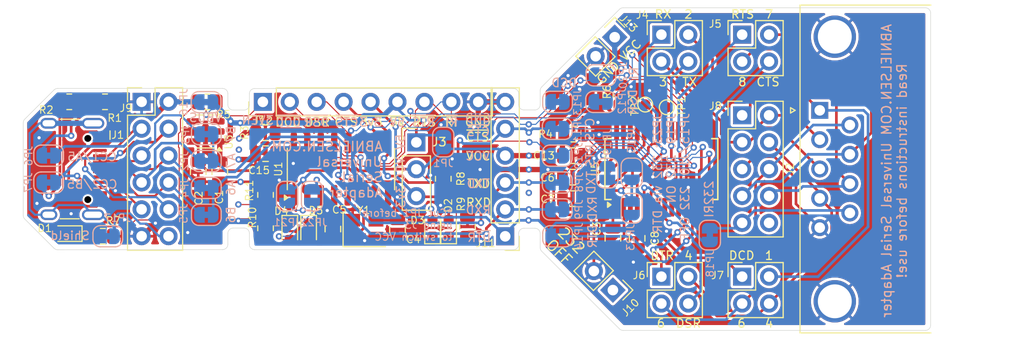
<source format=kicad_pcb>
(kicad_pcb (version 20240108) (generator "pcbnew") (generator_version "8.0")
  (layers (0 "F.Cu" signal) (31 "B.Cu" signal) (34 "B.Paste" user) (35 "F.Paste" user) (36 "B.SilkS" user "B.Silkscreen") (37 "F.SilkS" user "F.Silkscreen") (38 "B.Mask" user) (39 "F.Mask" user) (44 "Edge.Cuts" user))
  (net 0 "")
  (net 1 "GND")
  (net 2 "+5V")
  (net 3 "+3V3")
  (net 4 "Net-(U5-C2-)")
  (net 5 "Net-(U5-C2+)")
  (net 6 "/XO")
  (net 7 "/XI")
  (net 8 "Net-(U5-C1-)")
  (net 9 "Net-(U5-C1+)")
  (net 10 "Net-(U5-V+)")
  (net 11 "VCC")
  (net 12 "Net-(U5-V-)")
  (net 13 "/D-B")
  (net 14 "SHIELD")
  (net 15 "/SBU2")
  (net 16 "/D+A")
  (net 17 "VBUS")
  (net 18 "/SBU1")
  (net 19 "/CC2")
  (net 20 "/D-A")
  (net 21 "/D+B")
  (net 22 "/CC1")
  (net 23 "/DE9_P7")
  (net 24 "/DE9_P5")
  (net 25 "/DE9_P3")
  (net 26 "/232RI")
  (net 27 "/DE9_P8")
  (net 28 "/DE9_P6")
  (net 29 "/DE9_P1")
  (net 30 "/DE9_P4")
  (net 31 "/DE9_P2")
  (net 32 "/232RxD")
  (net 33 "/232TxD")
  (net 34 "/232CTS")
  (net 35 "/232RTS")
  (net 36 "Net-(JP18-A)")
  (net 37 "/232DTR")
  (net 38 "/D-")
  (net 39 "/D+")
  (net 40 "Net-(JP6-B)")
  (net 41 "Net-(JP7-A)")
  (net 42 "/~{DTR}")
  (net 43 "Net-(JP8-B)")
  (net 44 "Net-(JP9-B)")
  (net 45 "Net-(D1-K)")
  (net 46 "Net-(JP10-B)")
  (net 47 "Net-(D2-K)")
  (net 48 "Net-(JP11-B)")
  (net 49 "Net-(JP12-B)")
  (net 50 "/TXD")
  (net 51 "/RXD")
  (net 52 "Net-(JP13-B)")
  (net 53 "Net-(JP14-B)")
  (net 54 "Net-(JP20-B)")
  (net 55 "Net-(U1-R232)")
  (net 56 "/~{CTS}")
  (net 59 "Net-(D3-K)")
  (net 61 "/~{DSR}")
  (net 62 "/~{DCD}")
  (net 63 "/~{RI}")
  (net 64 "Net-(D4-K)")
  (net 65 "Net-(D4-A)")
  (net 66 "Net-(D5-K)")
  (net 67 "Net-(D5-A)")
  (net 68 "/~{232SHD}")
  (net 69 "/~{RTS}")
  (net 70 "/3VEN")
  (net 71 "/~{232ON}")
  (net 72 "/232DSR")
  (net 73 "/232DCD")
  (net 75 "Net-(U3-EN)")
  (net 76 "Net-(U5-~{STATUS})")
  (net 77 "Net-(JP19-A)")
  (footprint "Resistor_SMD:R_0805_2012Metric" (layer "F.Cu") (at 160.528 87.2725 -90)
    (property "Reference" "R8")
    (property "Value" "5k1")
  )
  (footprint "Connector_PinHeader_2.54mm:PinHeader_2x02_P2.54mm_Vertical" (layer "F.Cu") (at 181.102 96.52)
    (property "Reference" "J6")
    (property "Value" "DTRDSR")
  )
  (footprint "TestPoint:TestPoint_Pad_D1.0mm" (layer "F.Cu") (at 179.578 80.264)
    (property "Reference" "TP2")
    (property "Value" "TestPoint")
  )
  (footprint "LED_SMD:LED_0603_1608Metric" (layer "F.Cu") (at 146.05 92.2275 -90)
    (property "Reference" "D4")
    (property "Value" "RXL")
  )
  (footprint "Resistor_SMD:R_0805_2012Metric" (layer "F.Cu") (at 177.292 79.3515 -90)
    (property "Reference" "R6")
    (property "Value" "5k1")
  )
  (footprint "Connector_PinHeader_2.54mm:PinHeader_2x02_P2.54mm_Vertical" (layer "F.Cu") (at 188.722 96.52)
    (property "Reference" "J7")
    (property "Value" "DCD")
  )
  (footprint "Capacitor_SMD:C_0805_2012Metric" (layer "F.Cu") (at 176.53 92.898 -90)
    (property "Reference" "C3")
    (property "Value" "1uF")
  )
  (footprint "Resistor_SMD:R_0805_2012Metric" (layer "F.Cu") (at 162.814 91.7975 -90)
    (property "Reference" "R9")
    (property "Value" "5k1")
  )
  (footprint "Connector_PinHeader_2.54mm:PinHeader_2x02_P2.54mm_Vertical" (layer "F.Cu") (at 188.722 73.66)
    (property "Reference" "J5")
    (property "Value" "RTSCTS")
  )
  (footprint "Capacitor_SMD:C_0805_2012Metric" (layer "F.Cu") (at 172.72 87.122 180)
    (property "Reference" "C6")
    (property "Value" "1uF")
  )
  (footprint "Capacitor_SMD:C_0805_2012Metric" (layer "F.Cu") (at 178.816 92.898 -90)
    (property "Reference" "C8")
    (property "Value" "1uF")
  )
  (footprint "Package_SO:SOIC-16_3.9x9.9mm_P1.27mm" (layer "F.Cu") (at 150.876 86.36 90)
    (property "Reference" "U1")
    (property "Value" "CH340G")
  )
  (footprint "Resistor_SMD:R_0805_2012Metric" (layer "F.Cu") (at 125.2474 80.002)
    (property "Reference" "R2")
    (property "Value" "5k1")
  )
  (footprint "Resistor_SMD:R_0805_2012Metric" (layer "F.Cu") (at 172.8045 83.058)
    (property "Reference" "R4")
    (property "Value" "5k1")
  )
  (footprint "Connector_PinHeader_2.54mm:PinHeader_1x06_P2.54mm_Vertical" (layer "F.Cu") (at 166.37 92.71 180)
    (property "Reference" "J11")
    (property "Value" "FTDI_HEADER")
  )
  (footprint "LED_SMD:LED_0603_1608Metric" (layer "F.Cu") (at 124.968 92.456 180)
    (property "Reference" "D1")
    (property "Value" "VBUS")
  )
  (footprint "Capacitor_SMD:C_0805_2012Metric" (layer "F.Cu") (at 139.446 86.614 -90)
    (property "Reference" "C1")
    (property "Value" "1uF")
  )
  (footprint "Capacitor_SMD:C_0805_2012Metric" (layer "F.Cu") (at 172.72 89.154 180)
    (property "Reference" "C7")
    (property "Value" "1uF")
  )
  (footprint "Connector_PinHeader_2.54mm:PinHeader_2x06_P2.54mm_Vertical" (layer "F.Cu") (at 132.072 80.002)
    (property "Reference" "J9")
    (property "Value" "USB")
  )
  (footprint "LED_SMD:LED_0603_1608Metric" (layer "F.Cu") (at 147.828 92.2275 -90)
    (property "Reference" "D5")
    (property "Value" "TXL")
  )
  (footprint "Resistor_SMD:R_0805_2012Metric" (layer "F.Cu") (at 138.2795 80.01 180)
    (property "Reference" "R5")
    (property "Value" "5k1")
  )
  (footprint "Resistor_SMD:R_0805_2012Metric" (layer "F.Cu") (at 143.75 82.925)
    (property "Reference" "R3")
    (property "Value" "5k1")
  )
  (footprint "Connector_USB:USB_C_Receptacle_HCTL_HC-TYPE-C-16P-01A" (layer "F.Cu") (at 124.392 86.352 -90)
    (property "Reference" "J1")
    (property "Value" "HOST")
  )
  (footprint "Connector_PinHeader_2.54mm:PinHeader_1x03_P2.54mm_Vertical" (layer "F.Cu") (at 157.988 83.835)
    (property "Reference" "J3")
    (property "Value" "PWR_SEL")
  )
  (footprint "Connector_PinHeader_2.54mm:PinHeader_2x02_P2.54mm_Vertical" (layer "F.Cu") (at 181.102 73.66)
    (property "Reference" "J4")
    (property "Value" "RXTX")
  )
  (footprint "Capacitor_SMD:C_0805_2012Metric" (layer "F.Cu") (at 137.414 86.614 -90)
    (property "Reference" "C2")
    (property "Value" "1uF")
  )
  (footprint "Connector_PinHeader_2.54mm:PinHeader_1x02_P2.54mm_Vertical" (layer "F.Cu") (at 176.7 73.9 -45)
    (property "Reference" "J13")
    (property "Value" "EXT_PWR")
  )
  (footprint "Package_SO:SSOP-28_5.3x10.2mm_P0.65mm" (layer "F.Cu") (at 181.102 86.36 90)
    (property "Reference" "U5")
    (property "Value" "SP3243EUCY")
  )
  (footprint "Connector_PinHeader_2.54mm:PinHeader_1x02_P2.54mm_Vertical" (layer "F.Cu") (at 176.53 97.79 -135)
    (property "Reference" "J10")
    (property "Value" "SHUTDOWN")
  )
  (footprint "Resistor_SMD:R_0805_2012Metric" (layer "F.Cu") (at 128.4125 92.702)
    (property "Reference" "R7")
    (property "Value" "5k1")
  )
  (footprint "Resistor_SMD:R_0805_2012Metric" (layer "F.Cu") (at 128.6195 80.002)
    (property "Reference" "R1")
    (property "Value" "5k1")
  )
  (footprint "Package_TO_SOT_SMD:SOT-23-5" (layer "F.Cu") (at 138.0998 82.804 180)
    (property "Reference" "U3")
    (property "Value" "MIC5504-3.3YM5")
  )
  (footprint "Connector_Dsub:DSUB-9_Female_Horizontal_P2.77x2.84mm_EdgePinOffset7.70mm_Housed_MountingHolesOffset9.12mm" (layer "F.Cu") (at 196.042 80.81 90)
    (property "Reference" "J2")
    (property "Value" "DE9_Receptacle")
  )
  (footprint "TestPoint:TestPoint_Pad_D1.0mm" (layer "F.Cu") (at 181.61 80.518)
    (property "Reference" "TP1")
    (property "Value" "TestPoint")
  )
  (footprint "Resistor_SMD:R_0805_2012Metric" (layer "F.Cu") (at 143.764 88.7965 -90)
    (property "Reference" "R11")
    (property "Value" "5k1")
  )
  (footprint "LED_SMD:LED_0603_1608Metric" (layer "F.Cu") (at 159.512 91.9225 90)
    (property "Reference" "D3")
    (property "Value" "VCC")
  )
  (footprint "LED_SMD:LED_0603_1608Metric" (layer "F.Cu") (at 161.036 91.9225 90)
    (property "Reference" "D2")
    (property "Value" "3V3")
  )
  (footprint "Capacitor_SMD:C_0805_2012Metric" (layer "F.Cu") (at 172.72 85.09)
    (property "Reference" "C13")
    (property "Value" "1uF")
  )
  (footprint "Capacitor_SMD:C_0805_2012Metric" (layer "F.Cu") (at 156.21 92.1004 -90)
    (property "Reference" "C4")
    (property "Value" "22p")
  )
  (footprint "Capacitor_SMD:C_0805_2012Metric" (layer "F.Cu") (at 150.114 92.0242 90)
    (property "Reference" "C5")
    (property "Value" "22p")
  )
  (footprint "Crystal:Crystal_SMD_3225-4Pin_3.2x2.5mm" (layer "F.Cu") (at 153.078 92.036)
    (property "Reference" "Y1")
    (property "Value" "12MHz")
  )
  (footprint "Connector_PinHeader_2.54mm:PinHeader_2x05_P2.54mm_Vertical" (layer "F.Cu") (at 188.722 81.28)
    (property "Reference" "J8")
    (property "Value" "RS232")
  )
  (footprint "Capacitor_SMD:C_0805_2012Metric" (layer "F.Cu") (at 143.764 84.9 180)
    (property "Reference" "C15")
    (property "Value" "1uF")
  )
  (footprint "Connector_PinHeader_2.54mm:PinHeader_1x09_P2.54mm_Vertical" (layer "F.Cu") (at 143.51 80.01 90)
    (property "Reference" "J12")
    (property "Value" "UART BUS")
  )
  (footprint "Resistor_SMD:R_0805_2012Metric" (layer "F.Cu") (at 143.764 91.948 90)
    (property "Reference" "R10")
    (property "Value" "5k1")
  )
  (footprint "Jumper:SolderJumper-2_P1.3mm_Bridged_RoundedPad1.0x1.5mm" (layer "B.Cu") (at 123.302 85.09 180)
    (property "Reference" "JP6")
    (property "Value" "CC1/A5")
  )
  (footprint "Jumper:SolderJumper-2_P1.3mm_Bridged_RoundedPad1.0x1.5mm" (layer "B.Cu") (at 171.278 85.09)
    (property "Reference" "JP10")
    (property "Value" "RTS")
  )
  (footprint "Jumper:SolderJumper-2_P1.3mm_Bridged_RoundedPad1.0x1.5mm" (layer "B.Cu") (at 185.674 92.598 90)
    (property "Reference" "JP18")
    (property "Value" "232RI")
  )
  (footprint "Jumper:SolderJumper-2_P1.3mm_Bridged_RoundedPad1.0x1.5mm" (layer "B.Cu") (at 123.302 87.63)
    (property "Reference" "JP7")
    (property "Value" "CC2/B5")
  )
  (footprint "Jumper:SolderJumper-2_P1.3mm_Bridged_RoundedPad1.0x1.5mm" (layer "B.Cu") (at 138.176 85.598)
    (property "Reference" "JP2")
    (property "Value" "A7")
  )
  (footprint "Jumper:SolderJumper-2_P1.3mm_Bridged_RoundedPad1.0x1.5mm" (layer "B.Cu") (at 160.528 83.805 -90)
    (property "Reference" "JP1")
    (property "Value" "VCC_Def")
  )
  (footprint "Jumper:SolderJumper-2_P1.3mm_Bridged_RoundedPad1.0x1.5mm" (layer "B.Cu") (at 171.308 92.71)
    (property "Reference" "JP14")
    (property "Value" "DTR")
  )
  (footprint "Jumper:SolderJumper-2_P1.3mm_Open_RoundedPad1.0x1.5mm" (layer "B.Cu") (at 148.15 88.915 -90)
    (property "Reference" "JP22")
    (property "Value" "RXL")
  )
  (footprint "Jumper:SolderJumper-2_P1.3mm_Bridged_RoundedPad1.0x1.5mm" (layer "B.Cu") (at 128.882 92.702 180)
    (property "Reference" "JP17")
    (property "Value" "Shield")
  )
  (footprint "Jumper:SolderJumper-2_P1.3mm_Bridged_RoundedPad1.0x1.5mm" (layer "B.Cu") (at 175.372 80.01)
    (property "Reference" "JP12")
    (property "Value" "DSR")
  )
  (footprint "Jumper:SolderJumper-2_P1.3mm_Bridged_RoundedPad1.0x1.5mm" (layer "B.Cu") (at 138.176 90.678)
    (property "Reference" "JP5")
    (property "Value" "B6")
  )
  (footprint "Jumper:SolderJumper-2_P1.3mm_Open_RoundedPad1.0x1.5mm" (layer "B.Cu") (at 145.8 88.915 -90)
    (property "Reference" "JP21")
    (property "Value" "TXL")
  )
  (footprint "Jumper:SolderJumper-2_P1.3mm_Bridged_RoundedPad1.0x1.5mm" (layer "B.Cu") (at 138.1506 80.0354)
    (property "Reference" "JP16")
    (property "Value" "VBUS")
  )
  (footprint "Jumper:SolderJumper-2_P1.3mm_Bridged_RoundedPad1.0x1.5mm" (layer "B.Cu") (at 171.278 90.17)
    (property "Reference" "JP9")
    (property "Value" "RXD")
  )
  (footprint "Jumper:SolderJumper-2_P1.3mm_Bridged_RoundedPad1.0x1.5mm" (layer "B.Cu") (at 138.176 83.058)
    (property "Reference" "JP3")
    (property "Value" "B7")
  )
  (footprint "Jumper:SolderJumper-2_P1.3mm_Open_RoundedPad1.0x1.5mm" (layer "B.Cu") (at 178.308 90.058 -90)
    (property "Reference" "JP23")
    (property "Value" "RS232 Shutdown")
  )
  (footprint "Jumper:SolderJumper-2_P1.3mm_Bridged_RoundedPad1.0x1.5mm" (layer "B.Cu") (at 171.278 87.63)
    (property "Reference" "JP8")
    (property "Value" "TXD")
  )
  (footprint "Jumper:SolderJumper-2_P1.3mm_Bridged_RoundedPad1.0x1.5mm" (layer "B.Cu") (at 171.308 80.01)
    (property "Reference" "JP13")
    (property "Value" "DCD")
  )
  (footprint "Jumper:SolderJumper-2_P1.3mm_Bridged_RoundedPad1.0x1.5mm" (layer "B.Cu") (at 171.278 82.55)
    (property "Reference" "JP11")
    (property "Value" "CTS")
  )
  (footprint "Jumper:SolderJumper-2_P1.3mm_Open_RoundedPad1.0x1.5mm" (layer "B.Cu") (at 178.308 86.726 -90)
    (property "Reference" "JP15")
    (property "Value" "RS232 Shutdown")
  )
  (footprint "Jumper:SolderJumper-2_P1.3mm_Bridged_RoundedPad1.0x1.5mm" (layer "B.Cu") (at 175.4 77.5)
    (property "Reference" "JP20")
    (property "Value" "RI")
  )
  (footprint "Jumper:SolderJumper-2_P1.3mm_Bridged_RoundedPad1.0x1.5mm" (layer "B.Cu") (at 176 86.741 -90)
    (property "Reference" "JP19")
    (property "Value" "RS232 EN")
  )
  (footprint "Jumper:SolderJumper-2_P1.3mm_Bridged_RoundedPad1.0x1.5mm" (layer "B.Cu") (at 138.176 88.138)
    (property "Reference" "JP4")
    (property "Value" "A6")
  )
  (gr_line (start 167.140079 78.739921) (end 142.739923 78.748) (stroke (width 0.05)) (layer "Edge.Cuts"))
  (gr_arc (start 169.672 80.272) (mid 169.525553 80.625553) (end 169.172 80.772) (stroke (width 0.05)) (layer "Edge.Cuts"))
  (gr_line (start 120.904 81.995107) (end 120.904 90.724893) (stroke (width 0.05)) (layer "Edge.Cuts"))
  (gr_arc (start 142.74 93.972) (mid 142.386447 93.825553) (end 142.24 93.472) (stroke (width 0.05)) (layer "Edge.Cuts"))
  (gr_arc (start 141.74 91.93185) (mid 142.093553 92.078297) (end 142.24 92.43185) (stroke (width 0.05)) (layer "Edge.Cuts"))
  (gr_line (start 140.708 91.93185) (end 141.74 91.93185) (stroke (width 0.05)) (layer "Edge.Cuts"))
  (gr_arc (start 142.24 79.248) (mid 142.386402 78.894442) (end 142.739923 78.748) (stroke (width 0.05)) (layer "Edge.Cuts"))
  (gr_arc (start 169.818446 94.126446) (mid 169.710062 93.964234) (end 169.672 93.772893) (stroke (width 0.05)) (layer "Edge.Cuts"))
  (gr_line (start 169.672 92.448) (end 169.672 93.772893) (stroke (width 0.05)) (layer "Edge.Cuts"))
  (gr_arc (start 206.002 71.12) (mid 206.355553 71.266447) (end 206.502 71.62) (stroke (width 0.05)) (layer "Edge.Cuts"))
  (gr_arc (start 140.208 92.43185) (mid 140.354447 92.078297) (end 140.708 91.93185) (stroke (width 0.05)) (layer "Edge.Cuts"))
  (gr_arc (start 140.708 80.78015) (mid 140.354447 80.633703) (end 140.208 80.28015) (stroke (width 0.05)) (layer "Edge.Cuts"))
  (gr_line (start 141.74 80.78015) (end 140.708 80.78015) (stroke (width 0.05)) (layer "Edge.Cuts"))
  (gr_line (start 139.708 78.74) (end 124.159107 78.74) (stroke (width 0.05)) (layer "Edge.Cuts"))
  (gr_line (start 167.64 93.48015) (end 167.64 92.448) (stroke (width 0.05)) (layer "Edge.Cuts"))
  (gr_arc (start 177.499107 101.6) (mid 177.307765 101.56194) (end 177.145553 101.453553) (stroke (width 0.05)) (layer "Edge.Cuts"))
  (gr_line (start 124.159404 93.979789) (end 139.708077 93.964) (stroke (width 0.05)) (layer "Edge.Cuts"))
  (gr_line (start 168.14 80.772) (end 169.172 80.772) (stroke (width 0.05)) (layer "Edge.Cuts"))
  (gr_arc (start 168.14 80.772) (mid 167.786447 80.625553) (end 167.64 80.272) (stroke (width 0.05)) (layer "Edge.Cuts"))
  (gr_arc (start 139.708 78.74) (mid 140.061553 78.886447) (end 140.208 79.24) (stroke (width 0.05)) (layer "Edge.Cuts"))
  (gr_line (start 121.050447 81.641553) (end 123.805554 78.886446) (stroke (width 0.05)) (layer "Edge.Cuts"))
  (gr_arc (start 123.805554 78.886446) (mid 123.967766 78.778062) (end 124.159107 78.74) (stroke (width 0.05)) (layer "Edge.Cuts"))
  (gr_line (start 206.002 71.12) (end 177.499107 71.12) (stroke (width 0.05)) (layer "Edge.Cuts"))
  (gr_arc (start 169.672 78.947107) (mid 169.710058 78.755764) (end 169.818446 78.593554) (stroke (width 0.05)) (layer "Edge.Cuts"))
  (gr_line (start 177.145553 71.266447) (end 169.818446 78.593554) (stroke (width 0.05)) (layer "Edge.Cuts"))
  (gr_line (start 142.24 79.248) (end 142.24 80.28015) (stroke (width 0.05)) (layer "Edge.Cuts"))
  (gr_line (start 167.140077 93.98015) (end 142.74 93.972) (stroke (width 0.05)) (layer "Edge.Cuts"))
  (gr_arc (start 169.172 91.948) (mid 169.525553 92.094447) (end 169.672 92.448) (stroke (width 0.05)) (layer "Edge.Cuts"))
  (gr_arc (start 121.050447 91.078447) (mid 120.942063 90.916235) (end 120.904 90.724893) (stroke (width 0.05)) (layer "Edge.Cuts"))
  (gr_line (start 167.64 79.239921) (end 167.64 80.272) (stroke (width 0.05)) (layer "Edge.Cuts"))
  (gr_line (start 142.24 92.43185) (end 142.24 93.472) (stroke (width 0.05)) (layer "Edge.Cuts"))
  (gr_line (start 169.672 80.272) (end 169.672 78.947107) (stroke (width 0.05)) (layer "Edge.Cuts"))
  (gr_line (start 177.145553 101.453553) (end 169.818446 94.126446) (stroke (width 0.05)) (layer "Edge.Cuts"))
  (gr_arc (start 120.904 81.995107) (mid 120.94206 81.803765) (end 121.050447 81.641553) (stroke (width 0.05)) (layer "Edge.Cuts"))
  (gr_arc (start 167.64 93.48015) (mid 167.493598 93.833708) (end 167.140077 93.98015) (stroke (width 0.05)) (layer "Edge.Cuts"))
  (gr_arc (start 140.208 93.464) (mid 140.061598 93.817558) (end 139.708077 93.964) (stroke (width 0.05)) (layer "Edge.Cuts"))
  (gr_arc (start 142.24 80.28015) (mid 142.093553 80.633703) (end 141.74 80.78015) (stroke (width 0.05)) (layer "Edge.Cuts"))
  (gr_line (start 121.050447 91.078447) (end 123.805343 93.833343) (stroke (width 0.05)) (layer "Edge.Cuts"))
  (gr_line (start 140.208 93.464) (end 140.208 92.43185) (stroke (width 0.05)) (layer "Edge.Cuts"))
  (gr_line (start 168.14 91.948) (end 169.172 91.948) (stroke (width 0.05)) (layer "Edge.Cuts"))
  (gr_arc (start 124.159404 93.979789) (mid 123.967791 93.941824) (end 123.805343 93.833343) (stroke (width 0.05)) (layer "Edge.Cuts"))
  (gr_arc (start 167.64 92.448) (mid 167.786447 92.094447) (end 168.14 91.948) (stroke (width 0.05)) (layer "Edge.Cuts"))
  (gr_line (start 177.499107 101.6) (end 206.002 101.6) (stroke (width 0.05)) (layer "Edge.Cuts"))
  (gr_arc (start 167.140079 78.739921) (mid 167.493581 78.886396) (end 167.64 79.239921) (stroke (width 0.05)) (layer "Edge.Cuts"))
  (gr_arc (start 206.502 101.1) (mid 206.355553 101.453553) (end 206.002 101.6) (stroke (width 0.05)) (layer "Edge.Cuts"))
  (gr_arc (start 177.145553 71.266447) (mid 177.307765 71.158063) (end 177.499107 71.12) (stroke (width 0.05)) (layer "Edge.Cuts"))
  (gr_line (start 206.502 101.1) (end 206.502 71.62) (stroke (width 0.05)) (layer "Edge.Cuts"))
  (gr_line (start 140.208 80.28015) (end 140.208 79.24) (stroke (width 0.05)) (layer "Edge.Cuts"))
  (gr_text "~{RI}" (at 162 82.4 -0) (layer "B.SilkS") (effects (font (size 0.8 0.8) (thickness 0.12)) (justify left bottom mirror)))
  (gr_text "ABNIELSEN.COM Universal Serial Adapter\nRead instructions before use!" (at 204.325 86.525 90) (layer "B.SilkS") (effects (font (size 0.9 0.9) (thickness 0.13)) (justify bottom mirror)))
  (gr_text "VCC" (at 165 85.6 -0) (layer "B.SilkS") (effects (font (size 0.8 0.8) (thickness 0.12)) (justify left bottom mirror)))
  (gr_text "~{DSR}" (at 149.8 82.4 -0) (layer "B.SilkS") (effects (font (size 0.8 0.8) (thickness 0.12)) (justify left bottom mirror)))
  (gr_text "*Cut JP1 before\nusing J3 \nto switch VCC" (at 161.475 93.175 0) (layer "B.SilkS") (effects (font (size 0.7 0.7) (thickness 0.1)) (justify left bottom mirror)))
  (gr_text "5V" (at 157 82.4 -0) (layer "B.SilkS") (effects (font (size 0.8 0.8) (thickness 0.12)) (justify left bottom mirror)))
  (gr_text "JP23: 232 via DTR\nJP19: 232 ON \nJP15/J10: 232 OFF" (at 183.8 81 90) (layer "B.SilkS") (effects (font (size 0.8 0.8) (thickness 0.12)) (justify left bottom mirror)))
  (gr_text "3v3" (at 154.8 82.4 -0) (layer "B.SilkS") (effects (font (size 0.8 0.8) (thickness 0.12)) (justify left bottom mirror)))
  (gr_text "ABNIELSEN.COM\nUniversal \nSerial \nAdapter" (at 154.9 89.1 0) (layer "B.SilkS") (effects (font (size 0.9 0.9) (thickness 0.13)) (justify left bottom mirror)))
  (gr_text "~{CTS}" (at 152.6 82.4 -0) (layer "B.SilkS") (effects (font (size 0.8 0.8) (thickness 0.12)) (justify left bottom mirror)))
  (gr_text "VCC" (at 156.95 85.15 90) (layer "B.SilkS") (effects (font (size 0.8 0.8) (thickness 0.12)) (justify left bottom mirror)))
  (gr_text "5V" (at 156.95 83 90) (layer "B.SilkS") (effects (font (size 0.8 0.8) (thickness 0.12)) (justify left bottom mirror)))
  (gr_text "~{RTS}" (at 159.8 82.4 -0) (layer "B.SilkS") (effects (font (size 0.8 0.8) (thickness 0.12)) (justify left bottom mirror)))
  (gr_text "TXD" (at 165 88.2 -0) (layer "B.SilkS") (effects (font (size 0.8 0.8) (thickness 0.12)) (justify left bottom mirror)))
  (gr_text "~{CTS}" (at 165 83.3 -0) (layer "B.SilkS") (effects (font (size 0.8 0.8) (thickness 0.12)) (justify left bottom mirror)))
  (gr_text "3v3" (at 157 87.825 90) (layer "B.SilkS") (effects (font (size 0.8 0.8) (thickness 0.12)) (justify left bottom mirror)))
  (gr_text "RXD" (at 165.1 90.7 -0) (layer "B.SilkS") (effects (font (size 0.8 0.8) (thickness 0.12)) (justify left bottom mirror)))
  (gr_text "3VEN" (at 144.6 82.2 0) (layer "B.SilkS") (effects (font (size 0.8 0.8) (thickness 0.12)) (justify left bottom mirror)))
  (gr_text "~{DTR}" (at 165.1 93.3 0) (layer "B.SilkS") (effects (font (size 0.8 0.8) (thickness 0.12)) (justify left bottom mirror)))
  (gr_text "GND" (at 165.1 82 -0) (layer "B.SilkS") (effects (font (size 0.8 0.8) (thickness 0.12)) (justify left bottom mirror)))
  (gr_text "~{DCD}" (at 147.2 82.4 -0) (layer "B.SilkS") (effects (font (size 0.8 0.8) (thickness 0.12)) (justify left bottom mirror)))
  (gr_text "232\nOFF" (at 170 93.6 -45) (layer "F.SilkS") (effects (font (size 1 1) (thickness 0.13)) (justify left bottom)))
  (gr_text "4" (at 183.2 95 0) (layer "F.SilkS") (effects (font (size 0.8 0.8) (thickness 0.12)) (justify left bottom)))
  (gr_text "RTS" (at 187.6 72.2 0) (layer "F.SilkS") (effects (font (size 0.8 0.8) (thickness 0.12)) (justify left bottom)))
  (gr_text "5V" (at 155.4 82.4 0) (layer "F.SilkS") (effects (font (size 0.8 0.8) (thickness 0.12)) (justify left bottom)))
  (gr_text "DTR" (at 180 95 0) (layer "F.SilkS") (effects (font (size 0.8 0.8) (thickness 0.12)) (justify left bottom)))
  (gr_text "~{RI}" (at 160.6 82.4 0) (layer "F.SilkS") (effects (font (size 0.8 0.8) (thickness 0.12)) (justify left bottom)))
  (gr_text "~{DSR}" (at 147.4 82.4 0) (layer "F.SilkS") (effects (font (size 0.8 0.8) (thickness 0.12)) (justify left bottom)))
  (gr_text "~{CTS}" (at 162.6 83.8 0) (layer "F.SilkS") (effects (font (size 0.8 0.8) (thickness 0.12)) (justify left bottom)))
  (gr_text "2" (at 183.2 72.2 0) (layer "F.SilkS") (effects (font (size 0.8 0.8) (thickness 0.12)) (justify left bottom)))
  (gr_text "GND VCC" (at 175.5 78.5 45) (layer "F.SilkS") (effects (font (size 0.8 0.8) (thickness 0.12)) (justify left bottom)))
  (gr_text "CTS" (at 190 78.6 0) (layer "F.SilkS") (effects (font (size 0.8 0.8) (thickness 0.12)) (justify left bottom)))
  (gr_text "VCC" (at 162.6 85.6 0) (layer "F.SilkS") (effects (font (size 0.8 0.8) (thickness 0.12)) (justify left bottom)))
  (gr_text "3v3" (at 152.6 82.4 0) (layer "F.SilkS") (effects (font (size 0.8 0.8) (thickness 0.12)) (justify left bottom)))
  (gr_text "6" (at 188.2 101.4 0) (layer "F.SilkS") (effects (font (size 0.8 0.8) (thickness 0.12)) (justify left bottom)))
  (gr_text "7" (at 190.8 72.2 0) (layer "F.SilkS") (effects (font (size 0.8 0.8) (thickness 0.12)) (justify left bottom)))
  (gr_text "3" (at 180.8 78.6 0) (layer "F.SilkS") (effects (font (size 0.8 0.8) (thickness 0.12)) (justify left bottom)))
  (gr_text "DSR" (at 182.4 101.4 0) (layer "F.SilkS") (effects (font (size 0.8 0.8) (thickness 0.12)) (justify left bottom)))
  (gr_text "TX" (at 183 78.6 0) (layer "F.SilkS") (effects (font (size 0.8 0.8) (thickness 0.12)) (justify left bottom)))
  (gr_text "~{DCD}" (at 144.6 82.4 0) (layer "F.SilkS") (effects (font (size 0.8 0.8) (thickness 0.12)) (justify left bottom)))
  (gr_text "RXD" (at 162.6 90 0) (layer "F.SilkS") (effects (font (size 0.8 0.8) (thickness 0.12)) (justify left bottom)))
  (gr_text "GND" (at 162.5 82.4 0) (layer "F.SilkS") (effects (font (size 0.8 0.8) (thickness 0.12)) (justify left bottom)))
  (gr_text "1" (at 190.8 95 0) (layer "F.SilkS") (effects (font (size 0.8 0.8) (thickness 0.12)) (justify left bottom)))
  (gr_text "6" (at 180.6 101.4 0) (layer "F.SilkS") (effects (font (size 0.8 0.8) (thickness 0.12)) (justify left bottom)))
  (gr_text "4" (at 190.8 101.4 0) (layer "F.SilkS") (effects (font (size 0.8 0.8) (thickness 0.12)) (justify left bottom)))
  (gr_text "DCD" (at 187.4 95 0) (layer "F.SilkS") (effects (font (size 0.8 0.8) (thickness 0.12)) (justify left bottom)))
  (gr_text "TXD" (at 162.7 88.2 0) (layer "F.SilkS") (effects (font (size 0.8 0.8) (thickness 0.12)) (justify left bottom)))
  (gr_text "~{RTS}" (at 157.6 82.4 0) (layer "F.SilkS") (effects (font (size 0.8 0.8) (thickness 0.12)) (justify left bottom)))
  (gr_text "~{CTS}" (at 150.2 82.4 0) (layer "F.SilkS") (effects (font (size 0.8 0.8) (thickness 0.12)) (justify left bottom)))
  (gr_text "8" (at 189.2 78.6 0) (layer "F.SilkS") (effects (font (size 0.8 0.8) (thickness 0.12)) (justify left bottom mirror)))
  (gr_text "RX" (at 180.4 72.2 0) (layer "F.SilkS") (effects (font (size 0.8 0.8) (thickness 0.12)) (justify left bottom)))
  (via (at 141.25 84.525) (size 0.6) (drill 0.3) (layers "F.Cu" "B.Cu") (net 0))
  (via (at 168.6 88.6) (size 0.6) (drill 0.3) (layers "F.Cu" "B.Cu") (net 0))
  (segment (start 154.178 92.886) (end 156.0456 92.886) (width 0.5) (layer "F.Cu") (net 1))
  (segment (start 168.6 86.4) (end 170.39998 86.4) (width 0.5) (layer "F.Cu") (net 1))
  (segment (start 150.114 90.805) (end 149.5806 90.2716) (width 0.5) (layer "F.Cu") (net 1))
  (segment (start 178.816 94.7928) (end 178.4604 95.1484) (width 0.5) (layer "F.Cu") (net 1))
  (segment (start 137.414 87.564) (end 139.446 87.564) (width 0.25) (layer "F.Cu") (net 1))
  (segment (start 150.114 91.0742) (end 150.114 90.805) (width 0.5) (layer "F.Cu") (net 1))
  (segment (start 163.4236 82.3722) (end 163.83 81.9658) (width 0.5) (layer "F.Cu") (net 1))
  (segment (start 126.736045 82.832) (end 127.817 82.832) (width 0.25) (layer "F.Cu") (net 1))
  (segment (start 142.814 84.9) (end 142.264 85.45) (width 0.5) (layer "F.Cu") (net 1))
  (segment (start 136.3218 82.804) (end 135.9498 83.176) (width 0.25) (layer "F.Cu") (net 1))
  (segment (start 135.9498 83.176) (end 135.9498 84.115262) (width 0.25) (layer "F.Cu") (net 1))
  (segment (start 163.83 81.9658) (end 163.83 80.01) (width 0.5) (layer "F.Cu") (net 1))
  (segment (start 124.714 88.392) (end 126.194 89.872) (width 0.25) (layer "F.Cu") (net 1))
  (segment (start 178.1429 84.6709) (end 178.827 83.9868) (width 0.25) (layer "F.Cu") (net 1))
  (segment (start 126.194 89.872) (end 127.817 89.872) (width 0.25) (layer "F.Cu") (net 1))
  (segment (start 153.3416 92.886) (end 153.1112 93.1164) (width 0.5) (layer "F.Cu") (net 1))
  (segment (start 124.9934 83.8962) (end 125.671845 83.8962) (width 0.25) (layer "F.Cu") (net 1))
  (segment (start 136.2964 84.461862) (end 136.2964 86.4464) (width 0.25) (layer "F.Cu") (net 1))
  (segment (start 174.752 85.344) (end 173.924 85.344) (width 0.25) (layer "F.Cu") (net 1))
  (segment (start 125.4252 90.5764) (end 125.4896 90.5764) (width 0.25) (layer "F.Cu") (net 1))
  (segment (start 128.137 83.152) (end 129.532 81.757) (width 0.25) (layer "F.Cu") (net 1))
  (segment (start 129.532 81.757) (end 129.532 80.002) (width 0.25) (layer "F.Cu") (net 1))
  (segment (start 128.137 89.552) (end 128.8966 89.552) (width 0.5) (layer "F.Cu") (net 1))
  (segment (start 125.4896 90.5764) (end 126.194 89.872) (width 0.25) (layer "F.Cu") (net 1))
  (segment (start 151.978 91.186) (end 150.2258 91.186) (width 0.5) (layer "F.Cu") (net 1))
  (segment (start 136.2964 86.4464) (end 137.414 87.564) (width 0.25) (layer "F.Cu") (net 1))
  (segment (start 178.827 83.9868) (end 178.827 82.76) (width 0.25) (layer "F.Cu") (net 1))
  (segment (start 124.714 81.4479) (end 124.714 83.6168) (width 0.25) (layer "F.Cu") (net 1))
  (segment (start 141.825 82.925) (end 141.275 83.475) (width 0.5) (layer "F.Cu") (net 1))
  (segment (start 124.714 83.6168) (end 124.714 88.392) (width 0.25) (layer "F.Cu") (net 1))
  (segment (start 163.83 80.01) (end 166.37 80.01) (width 0.5) (layer "F.Cu") (net 1))
  (segment (start 141.4 87.564) (end 143.444 87.564) (width 0.25) (layer "F.Cu") (net 1))
  (segment (start 143.764 92.85373) (end 142.16212 91.25185) (width 0.5) (layer "F.Cu") (net 1))
  (segment (start 124.714 83.6168) (end 124.9934 83.8962) (width 0.25) (layer "F.Cu") (net 1))
  (segment (start 178.816 93.848) (end 178.816 94.7928) (width 0.5) (layer "F.Cu") (net 1))
  (segment (start 139.2373 82.804) (end 139.65597 82.804) (width 0.5) (layer "F.Cu") (net 1))
  (segment (start 139.446 87.564) (end 141.4 87.564) (width 0.25) (layer "F.Cu") (net 1))
  (segment (start 142.8375 82.925) (end 141.825 82.925) (width 0.5) (layer "F.Cu") (net 1))
  (segment (start 128.8966 89.552) (end 130.4798 91.1352) (width 0.5) (layer "F.Cu") (net 1))
  (segment (start 142.16212 91.25185) (end 141.2 91.25185) (width 0.5) (layer "F.Cu") (net 1))
  (segment (start 164 86.4) (end 168.6 86.4) (width 0.5) (layer "F.Cu") (net 1))
  (segment (start 154.178 92.886) (end 153.3416 92.886) (width 0.5) (layer "F.Cu") (net 1))
  (segment (start 142.264 85.45) (end 141.225 85.45) (width 0.5) (layer "F.Cu") (net 1))
  (segment (start 126.1599 80.002) (end 124.714 81.4479) (width 0.25) (layer "F.Cu") (net 1))
  (segment (start 139.2373 82.804) (end 136.3218 82.804) (width 0.5) (layer "F.Cu") (net 1))
  (segment (start 125.671845 83.8962) (end 126.736045 82.832) (width 0.25) (layer "F.Cu") (net 1))
  (segment (start 127.817 89.872) (end 128.137 89.552) (width 0.25) (layer "F.Cu") (net 1))
  (segment (start 132.1388 92.702) (end 133.3754 91.4654) (width 0.5) (layer "F.Cu") (net 1))
  (segment (start 129.532 80.002) (end 132.072 80.002) (width 0.25) (layer "F.Cu") (net 1))
  (segment (start 135.9498 84.115262) (end 136.2964 84.461862) (width 0.25) (layer "F.Cu") (net 1))
  (segment (start 127.817 82.832) (end 128.137 83.152) (width 0.25) (layer "F.Cu") (net 1))
  (via (at 141.4 87.564) (size 0.6) (drill 0.3) (layers "F.Cu" "B.Cu") (net 1))
  (via (at 163.4236 82.3722) (size 0.6) (drill 0.3) (layers "F.Cu" "B.Cu") (net 1))
  (via (at 179.9844 78.9432) (size 0.6) (drill 0.3) (layers "F.Cu" "B.Cu") (net 1))
  (via (at 160.274 89.789) (size 0.6) (drill 0.3) (layers "F.Cu" "B.Cu") (net 1))
  (via (at 173.373875 78.800659) (size 0.6) (drill 0.3) (layers "F.Cu" "B.Cu") (net 1))
  (via (at 175.125 81.95) (size 0.6) (drill 0.3) (layers "F.Cu" "B.Cu") (net 1))
  (via (at 172.3 77.525) (size 0.6) (drill 0.3) (layers "F.Cu" "B.Cu") (net 1))
  (via (at 136.4234 92.3544) (size 0.6) (drill 0.3) (layers "F.Cu" "B.Cu") (net 1))
  (via (at 141.275 83.475) (size 0.6) (drill 0.3) (layers "F.Cu" "B.Cu") (net 1))
  (via (at 180.2892 87.0966) (size 0.6) (drill 0.3) (layers "F.Cu" "B.Cu") (net 1))
  (via (at 125.4252 90.5764) (size 0.6) (drill 0.3) (layers "F.Cu" "B.Cu") (net 1))
  (via (at 164 86.4) (size 0.6) (drill 0.3) (layers "F.Cu" "B.Cu") (net 1))
  (via (at 180.4416 93.1418) (size 0.6) (drill 0.3) (layers "F.Cu" "B.Cu") (net 1))
  (via (at 145.0594 87.4014) (size 0.6) (drill 0.3) (layers "F.Cu" "B.Cu") (net 1))
  (via (at 181.5846 92.2274) (size 0.6) (drill 0.3) (layers "F.Cu" "B.Cu") (net 1))
  (via (at 153.1112 93.1164) (size 0.6) (drill 0.3) (layers "F.Cu" "B.Cu") (net 1))
  (via (at 174.752 85.344) (size 0.6) (drill 0.3) (layers "F.Cu" "B.Cu") (net 1))
  (via (at 178.25 78.575) (size 0.6) (drill 0.3) (layers "F.Cu" "B.Cu") (net 1))
  (via (at 164.084 93.1926) (size 0.6) (drill 0.3) (layers "F.Cu" "B.Cu") (net 1))
  (via (at 183.642 88.0872) (size 0.6) (drill 0.3) (layers "F.Cu" "B.Cu") (net 1))
  (via (at 170.39998 86.4) (size 0.6) (drill 0.3) (layers "F.Cu" "B.Cu") (net 1))
  (via (at 122.2 89.6) (size 0.6) (drill 0.3) (layers "F.Cu" "B.Cu") (net 1))
  (via (at 175.225 83.1) (size 0.6) (drill 0.3) (layers "F.Cu" "B.Cu") (net 1))
  (via (at 141.2 91.25185) (size 0.6) (drill 0.3) (layers "F.Cu" "B.Cu") (net 1))
  (via (at 130.4798 91.1352) (size 0.6) (drill 0.3) (layers "F.Cu" "B.Cu") (net 1))
  (via (at 149.5806 90.2716) (size 0.6) (drill 0.3) (layers "F.Cu" "B.Cu") (net 1))
  (via (at 178.25 72.7) (size 0.6) (drill 0.3) (layers "F.Cu" "B.Cu") (net 1))
  (via (at 146.3802 85.8266) (size 0.6) (drill 0.3) (layers "F.Cu" "B.Cu") (net 1))
  (via (at 141.225 85.45) (size 0.6) (drill 0.3) (layers "F.Cu" "B.Cu") (net 1))
  (via (at 129.6 88.4) (size 0.6) (drill 0.3) (layers "F.Cu" "B.Cu") (net 1))
  (via (at 168.6 86.4) (size 0.6) (drill 0.3) (layers "F.Cu" "B.Cu") (net 1))
  (via (at 161.3662 85.3948) (size 0.6) (drill 0.3) (layers "F.Cu" "B.Cu") (net 1))
  (via (at 133.3754 91.4654) (size 0.6) (drill 0.3) (layers "F.Cu" "B.Cu") (net 1))
  (via (at 122.4 83.4) (size 0.6) (drill 0.3) (layers "F.Cu" "B.Cu") (net 1))
  (via (at 156.2 89) (size 0.6) (drill 0.3) (layers "F.Cu" "B.Cu") (net 1))
  (via (at 178.4604 95.1484) (size 0.6) (drill 0.3) (layers "F.Cu" "B.Cu") (net 1))
  (via (at 178.1429 84.6709) (size 0.6) (drill 0.3) (layers "F.Cu" "B.Cu") (net 1))
  (via (at 159.3342 86.9442) (size 0.6) (drill 0.3) (layers "F.Cu" "B.Cu") (net 1))
  (via (at 160.3248 82.169) (size 0.6) (drill 0.3) (layers "F.Cu" "B.Cu") (net 1))
  (segment (start 136.4234 92.3544) (end 139.183382 92.3544) (width 0.5) (layer "B.Cu") (net 1))
  (segment (start 141.24815 91.3) (end 141.2 91.25185) (width 0.5) (layer "B.Cu") (net 1))
  (segment (start 174.9044 85.1916) (end 174.752 85.344) (width 0.25) (layer "B.Cu") (net 1))
  (segment (start 178.1429 84.6709) (end 178.308 84.836) (width 0.25) (layer "B.Cu") (net 1))
  (segment (start 142.2 91.3) (end 141.24815 91.3) (width 0.5) (layer "B.Cu") (net 1))
  (segment (start 174.9044 85.0138) (end 174.9044 85.1916) (width 0.25) (layer "B.Cu") (net 1))
  (segment (start 175.387 84.5312) (end 174.9044 85.0138) (width 0.25) (layer "B.Cu") (net 1))
  (segment (start 178.4604 95.1484) (end 178.5874 95.0214) (width 0.5) (layer "B.Cu") (net 1))
  (segment (start 135.5344 91.4654) (end 136.4234 92.3544) (width 0.5) (layer "B.Cu") (net 1))
  (segment (start 178.308 86.076) (end 179.2686 86.076) (width 0.25) (layer "B.Cu") (net 1))
  (segment (start 125.222 91.186) (end 126.738 92.702) (width 0.25) (layer "B.Cu") (net 1))
  (segment (start 178.308 86.076) (end 176.7632 84.5312) (width 0.25) (layer "B.Cu") (net 1))
  (segment (start 125.222 90.7796) (end 125.222 91.186) (width 0.25) (layer "B.Cu") (net 1))
  (segment (start 133.3754 91.4654) (end 135.5344 91.4654) (width 0.5) (layer "B.Cu") (net 1))
  (segment (start 125.4252 90.5764) (end 125.222 90.7796) (width 0.25) (layer "B.Cu") (net 1))
  (segment (start 140.237782 91.3) (end 142.2 91.3) (width 0.5) (layer "B.Cu") (net 1))
  (segment (start 178.308 84.836) (end 178.308 86.076) (width 0.25) (layer "B.Cu") (net 1))
  (segment (start 139.183382 92.3544) (end 140.237782 91.3) (width 0.5) (layer "B.Cu") (net 1))
  (segment (start 132.072 92.702) (end 130.5052 91.1352) (width 0.5) (layer "B.Cu") (net 1))
  (segment (start 179.2686 86.076) (end 180.2892 87.0966) (width 0.25) (layer "B.Cu") (net 1))
  (segment (start 126.738 92.702) (end 128.232 92.702) (width 0.25) (layer "B.Cu") (net 1))
  (segment (start 176.7632 84.5312) (end 175.387 84.5312) (width 0.25) (layer "B.Cu") (net 1))
  (segment (start 130.5052 91.1352) (end 130.4798 91.1352) (width 0.5) (layer "B.Cu") (net 1))
  (segment (start 137.367 80.01) (end 135.7376 81.6394) (width 0.1) (layer "F.Cu") (net 2))
  (segment (start 137.367 80.01) (end 138.1506 80.7936) (width 0.1) (layer "F.Cu") (net 2))
  (segment (start 135.7376 81.6394) (end 135.7376 82.830614) (width 0.1) (layer "F.Cu") (net 2))
  (segment (start 135.3058 91.3384) (end 133.966486 91.3384) (width 0.1) (layer "F.Cu") (net 2))
  (segment (start 139.2373 83.754) (end 140.02 83.754) (width 0.5) (layer "F.Cu") (net 2))
  (segment (start 124.8304 91.8061) (end 124.1805 92.456) (width 0.1) (layer "F.Cu") (net 2))
  (segment (start 140.4366 83.3374) (end 140.4366 81.880392) (width 0.5) (layer "F.Cu") (net 2))
  (segment (start 157.988 82.405348) (end 158.653314 81.740034) (width 0.25) (layer "F.Cu") (net 2))
  (segment (start 139.446 83.9627) (end 139.446 85.664) (width 0.5) (layer "F.Cu") (net 2))
  (segment (start 139.2373 83.754) (end 139.446 83.9627) (width 0.5) (layer "F.Cu") (net 2))
  (segment (start 131.4894 91.167) (end 130.8503 91.8061) (width 0.1) (layer "F.Cu") (net 2))
  (segment (start 140.02 83.754) (end 140.4366 83.3374) (width 0.5) (layer "F.Cu") (net 2))
  (segment (start 157.988 83.835) (end 157.988 82.405348) (width 0.25) (layer "F.Cu") (net 2))
  (segment (start 138.1506 80.7936) (end 138.1506 81.2292) (width 0.1) (layer "F.Cu") (net 2))
  (segment (start 133.585486 90.9574) (end 133.239932 90.9574) (width 0.1) (layer "F.Cu") (net 2))
  (segment (start 130.8503 91.8061) (end 124.8304 91.8061) (width 0.1) (layer "F.Cu") (net 2))
  (segment (start 133.966486 91.3384) (end 133.585486 90.9574) (width 0.1) (layer "F.Cu") (net 2))
  (segment (start 135.617 84.348148) (end 135.617 91.0272) (width 0.1) (layer "F.Cu") (net 2))
  (segment (start 135.617 91.0272) (end 135.3058 91.3384) (width 0.1) (layer "F.Cu") (net 2))
  (segment (start 133.030332 91.167) (end 131.4894 91.167) (width 0.1) (layer "F.Cu") (net 2))
  (segment (start 135.5498 84.280948) (end 135.617 84.348148) (width 0.1) (layer "F.Cu") (net 2))
  (segment (start 135.5498 83.018414) (end 135.5498 84.280948) (width 0.1) (layer "F.Cu") (net 2))
  (segment (start 133.239932 90.9574) (end 133.030332 91.167) (width 0.1) (layer "F.Cu") (net 2))
  (segment (start 135.7376 82.830614) (end 135.5498 83.018414) (width 0.1) (layer "F.Cu") (net 2))
  (segment (start 140.4366 81.880392) (end 140.461992 81.855) (width 0.5) (layer "F.Cu") (net 2))
  (via (at 158.653314 81.740034) (size 0.6) (drill 0.3) (layers "F.Cu" "B.Cu") (net 2))
  (via (at 138.1506 81.2292) (size 0.6) (drill 0.3) (layers "F.Cu" "B.Cu") (net 2))
  (via (at 141.375 82) (size 0.6) (drill 0.3) (layers "F.Cu" "B.Cu") (net 2))
  (via (at 140.461992 81.855) (size 0.6) (drill 0.3) (layers "F.Cu" "B.Cu") (net 2))
  (segment (start 140.606992 82) (end 140.461992 81.855) (width 0.5) (layer "B.Cu") (net 2))
  (segment (start 158.668 83.155) (end 160.528 83.155) (width 0.25) (layer "B.Cu") (net 2))
  (segment (start 156.21 80.01) (end 154.91 81.31) (width 0.5) (layer "B.Cu") (net 2))
  (segment (start 157.291171 81.740034) (end 156.21 80.658863) (width 0.25) (layer "B.Cu") (net 2))
  (segment (start 153.057938 81.31) (end 152.367938 82) (width 0.5) (layer "B.Cu") (net 2))
  (segment (start 138.1506 81.2292) (end 138.8006 80.5792) (width 0.1) (layer "B.Cu") (net 2))
  (segment (start 152.367938 82) (end 140.606992 82) (width 0.5) (layer "B.Cu") (net 2))
  (segment (start 138.8006 80.073208) (end 140.461992 81.7346) (width 0.5) (layer "B.Cu") (net 2))
  (segment (start 140.461992 81.7346) (end 140.461992 81.855) (width 0.5) (layer "B.Cu") (net 2))
  (segment (start 158.653314 81.740034) (end 157.291171 81.740034) (width 0.25) (layer "B.Cu") (net 2))
  (segment (start 154.91 81.31) (end 153.057938 81.31) (width 0.5) (layer "B.Cu") (net 2))
  (segment (start 152.890108 87.5538) (end 156.6268 87.5538) (width 0.25) (layer "F.Cu") (net 3))
  (segment (start 156.029976 82.369976) (end 156.030032 82.369976) (width 0.25) (layer "F.Cu") (net 3))
  (segment (start 138.256721 86.506721) (end 149.663 86.506721) (width 0.25) (layer "F.Cu") (net 3))
  (segment (start 160.6042 88.9762) (end 158.0492 88.9762) (width 0.25) (layer "F.Cu") (net 3))
  (segment (start 156.6268 87.5538) (end 157.988 88.915) (width 0.25) (layer "F.Cu") (net 3))
  (segment (start 151.571308 86.235) (end 152.890108 87.5538) (width 0.25) (layer "F.Cu") (net 3))
  (segment (start 137.414 85.664) (end 138.256721 86.506721) (width 0.25) (layer "F.Cu") (net 3))
  (segment (start 161.036 91.135) (end 161.036 89.408) (width 0.25) (layer "F.Cu") (net 3))
  (segment (start 137.414 85.664) (end 137.414 84.2057) (width 0.25) (layer "F.Cu") (net 3))
  (segment (start 149.663 86.506721) (end 149.934721 86.235) (width 0.25) (layer "F.Cu") (net 3))
  (segment (start 161.036 89.408) (end 160.6042 88.9762) (width 0.25) (layer "F.Cu") (net 3))
  (segment (start 149.934721 86.235) (end 151.571308 86.235) (width 0.25) (layer "F.Cu") (net 3))
  (segment (start 153.67 80.01) (end 156.029976 82.369976) (width 0.25) (layer "F.Cu") (net 3))
  (segment (start 137.414 84.2057) (end 136.9623 83.754) (width 0.25) (layer "F.Cu") (net 3))
  (via (at 156.030032 82.369976) (size 0.6) (drill 0.3) (layers "F.Cu" "B.Cu") (net 3))
  (segment (start 156.030032 86.957032) (end 156.030032 82.369976) (width 0.25) (layer "B.Cu") (net 3))
  (segment (start 157.988 88.915) (end 156.030032 86.957032) (width 0.25) (layer "B.Cu") (net 3))
  (segment (start 177.58 92.798) (end 177.58 90.013) (width 0.25) (layer "F.Cu") (net 4))
  (segment (start 176.53 93.848) (end 177.58 92.798) (width 0.25) (layer "F.Cu") (net 4))
  (segment (start 176.53 90.307) (end 176.877 89.96) (width 0.25) (layer "F.Cu") (net 5))
  (segment (start 176.53 91.948) (end 176.53 90.307) (width 0.25) (layer "F.Cu") (net 5))
  (segment (start 155.321 90.043) (end 155.321 88.835) (width 0.25) (layer "F.Cu") (net 6))
  (segment (start 154.178 91.186) (end 155.321 90.043) (width 0.25) (layer "F.Cu") (net 6))
  (segment (start 156.1744 91.186) (end 154.178 91.186) (width 0.25) (layer "F.Cu") (net 6))
  (segment (start 153.003 90.583) (end 154.051 89.535) (width 0.25) (layer "F.Cu") (net 7))
  (segment (start 152.078 92.886) (end 153.003 91.961) (width 0.25) (layer "F.Cu") (net 7))
  (segment (start 153.003 91.961) (end 153.003 90.583) (width 0.25) (layer "F.Cu") (net 7))
  (segment (start 150.114 92.9742) (end 151.8898 92.9742) (width 0.25) (layer "F.Cu") (net 7))
  (segment (start 171.77 87.122) (end 170.945 87.947) (width 0.25) (layer "F.Cu") (net 8))
  (segment (start 179.477 84.091395) (end 179.477 82.76) (width 0.25) (layer "F.Cu") (net 8))
  (segment (start 170.945 87.947) (end 170.945 89.919) (width 0.25) (layer "F.Cu") (net 8))
  (segment (start 177.927 86.4421) (end 177.927 85.641395) (width 0.25) (layer "F.Cu") (net 8))
  (segment (start 177.927 85.641395) (end 179.477 84.091395) (width 0.25) (layer "F.Cu") (net 8))
  (segment (start 170.945 89.919) (end 171.704 90.678) (width 0.25) (layer "F.Cu") (net 8))
  (segment (start 171.704 90.678) (end 173.6911 90.678) (width 0.25) (layer "F.Cu") (net 8))
  (segment (start 173.6911 90.678) (end 177.927 86.4421) (width 0.25) (layer "F.Cu") (net 8))
  (segment (start 173.67 87.122) (end 174.7266 87.122) (width 0.25) (layer "F.Cu") (net 9))
  (segment (start 176.877 84.9716) (end 176.877 82.76) (width 0.25) (layer "F.Cu") (net 9))
  (segment (start 174.7266 87.122) (end 176.877 84.9716) (width 0.25) (layer "F.Cu") (net 9))
  (segment (start 177.527 85.297) (end 177.527 82.76) (width 0.25) (layer "F.Cu") (net 10))
  (segment (start 173.67 89.154) (end 177.527 85.297) (width 0.25) (layer "F.Cu") (net 10))
  (segment (start 151.815618 85.785) (end 152.557618 86.527) (width 0.25) (layer "F.Cu") (net 11))
  (segment (start 152.557618 86.527) (end 153.644406 86.527) (width 0.25) (layer "F.Cu") (net 11))
  (segment (start 177.954998 81.435) (end 175.91 81.435) (width 0.5) (layer "F.Cu") (net 11))
  (segment (start 166.37 85.09) (end 168.6 85.09) (width 0.5) (layer "F.Cu") (net 11))
  (segment (start 175.91 81.435) (end 175.3 80.825) (width 0.5) (layer "F.Cu") (net 11))
  (segment (start 173.425 80.825) (end 175.3 80.825) (width 0.5) (layer "F.Cu") (net 11))
  (segment (start 171.892 82.358) (end 173.425 80.825) (width 0.5) (layer "F.Cu") (net 11))
  (segment (start 144.714 84.9) (end 145.416 84.9) (width 0.25) (layer "F.Cu") (net 11))
  (segment (start 175.3 78.83875) (end 177.30875 76.83) (width 0.5) (layer "F.Cu") (net 11))
  (segment (start 171.892 83.058) (end 171.892 82.358) (width 0.5) (layer "F.Cu") (net 11))
  (segment (start 146.431 84.859999) (end 147.356001 85.785) (width 0.25) (layer "F.Cu") (net 11))
  (segment (start 168.6 85.09) (end 171.77 85.09) (width 0.5) (layer "F.Cu") (net 11))
  (segment (start 175.3 80.825) (end 175.3 78.83875) (width 0.5) (layer "F.Cu") (net 11))
  (segment (start 153.644406 86.527) (end 153.811406 86.36) (width 0.25) (layer "F.Cu") (net 11))
  (segment (start 153.811406 86.36) (end 157.973 86.36) (width 0.25) (layer "F.Cu") (net 11))
  (segment (start 159.512 90.246194) (end 159.385006 90.1192) (width 0.1) (layer "F.Cu") (net 11))
  (segment (start 147.356001 85.785) (end 151.815618 85.785) (width 0.25) (layer "F.Cu") (net 11))
  (segment (start 178.177 81.657002) (end 177.954998 81.435) (width 0.25) (layer "F.Cu") (net 11))
  (segment (start 171.77 85.09) (end 171.77 83.18) (width 0.5) (layer "F.Cu") (net 11))
  (segment (start 159.512 91.135) (end 159.512 90.246194) (width 0.1) (layer "F.Cu") (net 11))
  (segment (start 146.431 83.885) (end 146.431 84.859999) (width 0.25) (layer "F.Cu") (net 11))
  (segment (start 145.416 84.9) (end 146.431 83.885) (width 0.25) (layer "F.Cu") (net 11))
  (segment (start 178.177 82.76) (end 178.177 81.657002) (width 0.25) (layer "F.Cu") (net 11))
  (via (at 177.30875 76.83) (size 0.6) (drill 0.3) (layers "F.Cu" "B.Cu") (net 11))
  (via (at 168.6 85.09) (size 0.6) (drill 0.3) (layers "F.Cu" "B.Cu") (net 11))
  (via (at 159.385006 90.1192) (size 0.6) (drill 0.3) (layers "F.Cu" "B.Cu") (net 11))
  (segment (start 158.608 86.375) (end 157.099 86.375) (width 0.25) (layer "B.Cu") (net 11))
  (segment (start 176.7 73.9) (end 176.7 76.22125) (width 0.5) (layer "B.Cu") (net 11))
  (segment (start 160.528 84.455) (end 165.735 84.455) (width 0.25) (layer "B.Cu") (net 11))
  (segment (start 157.988 86.375) (end 159.385006 87.772006) (width 0.1) (layer "B.Cu") (net 11))
  (segment (start 160.528 84.455) (end 158.608 86.375) (width 0.25) (layer "B.Cu") (net 11))
  (segment (start 159.385006 87.772006) (end 159.385006 90.1192) (width 0.1) (layer "B.Cu") (net 11))
  (segment (start 165.735 84.455) (end 166.37 85.09) (width 0.25) (layer "B.Cu") (net 11))
  (segment (start 176.7 76.22125) (end 177.30875 76.83) (width 0.5) (layer "B.Cu") (net 11))
  (segment (start 178.177 91.309) (end 178.177 89.96) (width 0.25) (layer "F.Cu") (net 12))
  (segment (start 178.816 91.948) (end 178.177 91.309) (width 0.25) (layer "F.Cu") (net 12))
  (segment (start 128.137 85.602) (end 131.552 85.602) (width 0.2) (layer "F.Cu") (net 13))
  (segment (start 133.35 82.042) (end 134.112 81.28) (width 0.2) (layer "B.Cu") (net 13))
  (segment (start 135.748 81.28) (end 137.526 83.058) (width 0.2) (layer "B.Cu") (net 13))
  (segment (start 132.072 85.082) (end 133.35 83.804) (width 0.2) (layer "B.Cu") (net 13))
  (segment (start 133.35 83.804) (end 133.35 82.042) (width 0.2) (layer "B.Cu") (net 13))
  (segment (start 134.112 81.28) (end 135.748 81.28) (width 0.2) (layer "B.Cu") (net 13))
  (segment (start 124.224 89.765) (end 123.317 90.672) (width 0.2) (layer "B.Cu") (net 14))
  (segment (start 131.941275 91.5162) (end 130.976075 90.551) (width 0.2) (layer "B.Cu") (net 14))
  (segment (start 133.723 92.702) (end 132.5372 91.5162) (width 0.2) (layer "B.Cu") (net 14))
  (segment (start 121.504 82.966) (end 122.438 82.032) (width 0.2) (layer "B.Cu") (net 14))
  (segment (start 129.532 90.8638) (end 129.532 91.947) (width 0.2) (layer "B.Cu") (net 14))
  (segment (start 122.006 90.672) (end 121.504 90.17) (width 0.2) (layer "B.Cu") (net 14))
  (segment (start 127.497 90.672) (end 126.59 89.765) (width 0.2) (layer "B.Cu") (net 14))
  (segment (start 123.317 82.032) (end 127.497 82.032) (width 0.5) (layer "B.Cu") (net 14))
  (segment (start 132.5372 91.5162) (end 131.941275 91.5162) (width 0.2) (layer "B.Cu") (net 14))
  (segment (start 121.504 90.17) (end 121.504 82.966) (width 0.2) (layer "B.Cu") (net 14))
  (segment (start 134.612 92.702) (end 133.723 92.702) (width 0.2) (layer "B.Cu") (net 14))
  (segment (start 123.317 90.672) (end 122.006 90.672) (width 0.2) (layer "B.Cu") (net 14))
  (segment (start 130.976075 90.551) (end 129.8448 90.551) (width 0.2) (layer "B.Cu") (net 14))
  (segment (start 126.59 89.765) (end 124.224 89.765) (width 0.2) (layer "B.Cu") (net 14))
  (segment (start 129.532 91.947) (end 128.257 90.672) (width 0.2) (layer "B.Cu") (net 14))
  (segment (start 129.8448 90.551) (end 129.532 90.8638) (width 0.2) (layer "B.Cu") (net 14))
  (segment (start 129.532 91.947) (end 129.532 92.702) (width 0.2) (layer "B.Cu") (net 14))
  (segment (start 122.438 82.032) (end 123.317 82.032) (width 0.2) (layer "B.Cu") (net 14))
  (segment (start 128.137 84.602) (end 127.45459 84.602) (width 0.2) (layer "F.Cu") (net 15))
  (segment (start 126.746 85.31059) (end 126.746 86.36) (width 0.2) (layer "F.Cu") (net 15))
  (segment (start 127.45459 84.602) (end 126.746 85.31059) (width 0.2) (layer "F.Cu") (net 15))
  (via (at 126.746 86.36) (size 0.6) (drill 0.3) (layers "F.Cu" "B.Cu") (net 15))
  (segment (start 129.397996 89.012) (end 126.746 86.360004) (width 0.2) (layer "B.Cu") (net 15))
  (segment (start 134.612 90.162) (end 133.462 89.012) (width 0.2) (layer "B.Cu") (net 15))
  (segment (start 133.462 89.012) (end 129.397996 89.012) (width 0.2) (layer "B.Cu") (net 15))
  (segment (start 126.746 86.360004) (end 126.746 86.36) (width 0.2) (layer "B.Cu") (net 15))
  (segment (start 131.465654 86.102) (end 131.723654 86.36) (width 0.2) (layer "F.Cu") (net 16))
  (segment (start 131.723654 86.36) (end 133.334 86.36) (width 0.2) (layer "F.Cu") (net 16))
  (segment (start 133.334 86.36) (end 134.612 85.082) (width 0.2) (layer "F.Cu") (net 16))
  (segment (start 128.137 86.102) (end 131.465654 86.102) (width 0.2) (layer "F.Cu") (net 16))
  (segment (start 134.612 85.082) (end 137.526 87.996) (width 0.2) (layer "B.Cu") (net 16))
  (segment (start 128.786999 83.952) (end 131.436999 81.302) (width 0.5) (layer "F.Cu") (net 17))
  (segment (start 133.312 81.302) (end 132.588 81.302) (width 0.5) (layer "F.Cu") (net 17))
  (segment (start 134.612 80.002) (end 133.312 81.302) (width 0.5) (layer "F.Cu") (net 17))
  (segment (start 131.436999 81.302) (end 131.458999 81.28) (width 0.25) (layer "F.Cu") (net 17))
  (segment (start 125.195 87.8806) (end 125.8414 88.527) (width 0.25) (layer "F.Cu") (net 17))
  (segment (start 128.137 83.952) (end 127.487001 83.952) (width 0.25) (layer "F.Cu") (net 17))
  (segment (start 125.195 86.244001) (end 125.195 87.8806) (width 0.25) (layer "F.Cu") (net 17))
  (segment (start 127.487001 83.952) (end 125.195 86.244001) (width 0.25) (layer "F.Cu") (net 17))
  (segment (start 128.137 83.952) (end 128.786999 83.952) (width 0.25) (layer "F.Cu") (net 17))
  (segment (start 132.566 81.28) (end 132.588 81.302) (width 0.25) (layer "F.Cu") (net 17))
  (segment (start 125.8414 88.527) (end 127.912 88.527) (width 0.25) (layer "F.Cu") (net 17))
  (segment (start 127.912 88.527) (end 128.137 88.752) (width 0.25) (layer "F.Cu") (net 17))
  (segment (start 131.458999 81.28) (end 132.566 81.28) (width 0.25) (layer "F.Cu") (net 17))
  (segment (start 134.612 80.002) (end 137.4672 80.002) (width 0.5) (layer "B.Cu") (net 17))
  (segment (start 129.512 87.602) (end 132.072 90.162) (width 0.2) (layer "F.Cu") (net 18))
  (segment (start 128.137 87.602) (end 129.512 87.602) (width 0.2) (layer "F.Cu") (net 18))
  (segment (start 133.334 83.82) (end 131.318 83.82) (width 0.25) (layer "F.Cu") (net 19))
  (segment (start 131.318 83.82) (end 130.302 84.836) (width 0.25) (layer "F.Cu") (net 19))
  (segment (start 127.085996 88.102) (end 125.983996 87) (width 0.25) (layer "F.Cu") (net 19))
  (segment (start 128.137 88.102) (end 127.085996 88.102) (width 0.25) (layer "F.Cu") (net 19))
  (segment (start 130.302 84.836) (end 130.048 84.836) (width 0.25) (layer "F.Cu") (net 19))
  (segment (start 134.612 82.542) (end 133.334 83.82) (width 0.25) (layer "F.Cu") (net 19))
  (via (at 130.048 84.836) (size 0.6) (drill 0.3) (layers "F.Cu" "B.Cu") (net 19))
  (via (at 125.983996 87) (size 0.6) (drill 0.3) (layers "F.Cu" "B.Cu") (net 19))
  (segment (start 129.54 85.344) (end 126.238 85.344) (width 0.25) (layer "B.Cu") (net 19))
  (segment (start 130.048 84.836) (end 129.54 85.344) (width 0.25) (layer "B.Cu") (net 19))
  (segment (start 123.952 87.63) (end 124.582 87) (width 0.25) (layer "B.Cu") (net 19))
  (segment (start 126.238 85.344) (end 123.952 87.63) (width 0.25) (layer "B.Cu") (net 19))
  (segment (start 124.582 87) (end 125.983996 87) (width 0.25) (layer "B.Cu") (net 19))
  (segment (start 128.137 86.602) (end 131.052 86.602) (width 0.2) (layer "F.Cu") (net 20))
  (segment (start 131.052 86.602) (end 132.072 87.622) (width 0.2) (layer "F.Cu") (net 20))
  (segment (start 133.35 86.344) (end 132.072 87.622) (width 0.25) (layer "B.Cu") (net 20))
  (segment (start 133.35 84.505149) (end 133.35 86.344) (width 0.25) (layer "B.Cu") (net 20))
  (segment (start 135.835 83.907) (end 133.948149 83.907) (width 0.25) (layer "B.Cu") (net 20))
  (segment (start 137.526 85.598) (end 135.835 83.907) (width 0.25) (layer "B.Cu") (net 20))
  (segment (start 133.948149 83.907) (end 133.35 84.505149) (width 0.25) (layer "B.Cu") (net 20))
  (segment (start 128.137 87.102) (end 129.925654 87.102) (width 0.2) (layer "F.Cu") (net 21))
  (segment (start 133.334 88.9) (end 134.612 87.622) (width 0.2) (layer "F.Cu") (net 21))
  (segment (start 129.925654 87.102) (end 131.723654 88.9) (width 0.2) (layer "F.Cu") (net 21))
  (segment (start 131.723654 88.9) (end 133.334 88.9) (width 0.2) (layer "F.Cu") (net 21))
  (segment (start 134.612 87.622) (end 137.526 90.536) (width 0.2) (layer "B.Cu") (net 21))
  (segment (start 128.137 85.102) (end 128.933471 85.102) (width 0.2) (layer "F.Cu") (net 22))
  (segment (start 128.933471 85.102) (end 131.493471 82.542) (width 0.2) (layer "F.Cu") (net 22))
  (segment (start 124.831 84.211) (end 130.403 84.211) (width 0.25) (layer "B.Cu") (net 22))
  (segment (start 130.403 84.211) (end 132.072 82.542) (width 0.25) (layer "B.Cu") (net 22))
  (segment (start 123.952 85.09) (end 124.831 84.211) (width 0.25) (layer "B.Cu") (net 22))
  (segment (start 197.866 77.47) (end 196.274081 77.47) (width 0.25) (layer "F.Cu") (net 23))
  (segment (start 198.882 84.965) (end 200.914 82.933) (width 0.25) (layer "F.Cu") (net 23))
  (segment (start 200.914 82.933) (end 200.914 80.518) (width 0.25) (layer "F.Cu") (net 23))
  (segment (start 196.274081 77.47) (end 192.464081 73.66) (width 0.25) (layer "F.Cu") (net 23))
  (segment (start 200.914 80.518) (end 197.866 77.47) (width 0.25) (layer "F.Cu") (net 23))
  (segment (start 192.464081 73.66) (end 191.262 73.66) (width 0.25) (layer "F.Cu") (net 23))
  (segment (start 190.087 87.535) (end 192.373 87.535) (width 0.25) (layer "B.Cu") (net 23))
  (segment (start 188.722 88.9) (end 190.087 87.535) (width 0.25) (layer "B.Cu") (net 23))
  (segment (start 194.943 84.965) (end 198.882 84.965) (width 0.25) (layer "B.Cu") (net 23))
  (segment (start 192.373 87.535) (end 194.943 84.965) (width 0.25) (layer "B.Cu") (net 23))
  (segment (start 189.897 85.185) (end 188.722 86.36) (width 0.25) (layer "F.Cu") (net 24))
  (segment (start 191.748701 85.185) (end 189.897 85.185) (width 0.25) (layer "F.Cu") (net 24))
  (segment (start 193.802 89.65) (end 193.802 87.238299) (width 0.25) (layer "F.Cu") (net 24))
  (segment (start 193.802 87.238299) (end 191.748701 85.185) (width 0.25) (layer "F.Cu") (net 24))
  (segment (start 196.042 91.89) (end 193.802 89.65) (width 0.25) (layer "F.Cu") (net 24))
  (segment (start 192.147 82.455) (end 190.723396 82.455) (width 0.25) (layer "F.Cu") (net 25))
  (segment (start 186.748 83.048081) (end 187.519919 83.82) (width 0.25) (layer "F.Cu") (net 25))
  (segment (start 186.748 81.846) (end 186.748 83.048081) (width 0.25) (layer "F.Cu") (net 25))
  (segment (start 181.102 76.2) (end 186.748 81.846) (width 0.25) (layer "F.Cu") (net 25))
  (segment (start 187.519919 83.82) (end 188.722 83.82) (width 0.25) (layer "F.Cu") (net 25))
  (segment (start 190.723396 82.455) (end 189.358396 83.82) (width 0.25) (layer "F.Cu") (net 25))
  (segment (start 196.042 86.35) (end 192.147 82.455) (width 0.25) (layer "F.Cu") (net 25))
  (segment (start 189.897 90.265) (end 188.722 91.44) (width 0.25) (layer "B.Cu") (net 26))
  (segment (start 185.674 91.948) (end 188.214 91.948) (width 0.25) (layer "B.Cu") (net 26))
  (segment (start 198.642 90.265) (end 189.897 90.265) (width 0.25) (layer "B.Cu") (net 26))
  (segment (start 197.612 79.502) (end 197.612 86.465) (width 0.25) (layer "F.Cu") (net 27))
  (segment (start 197.612 86.465) (end 198.882 87.735) (width 0.25) (layer "F.Cu") (net 27))
  (segment (start 188.722 76.2) (end 189.897 75.025) (width 0.25) (layer "F.Cu") (net 27))
  (segment (start 193.135 75.025) (end 197.612 79.502) (width 0.25) (layer "F.Cu") (net 27))
  (segment (start 189.897 75.025) (end 193.135 75.025) (width 0.25) (layer "F.Cu") (net 27))
  (segment (start 194.056 88.392) (end 194.453 87.995) (width 0.25) (layer "B.Cu") (net 27))
  (segment (start 191.77 88.392) (end 194.056 88.392) (width 0.25) (layer "B.Cu") (net 27))
  (segment (start 194.453 87.995) (end 198.622 87.995) (width 0.25) (layer "B.Cu") (net 27))
  (segment (start 188.722 99.06) (end 189.992 97.79) (width 0.25) (layer "F.Cu") (net 28))
  (segment (start 189.992 87.63) (end 191.262 86.36) (width 0.25) (layer "F.Cu") (net 28))
  (segment (start 189.992 97.79) (end 189.992 87.63) (width 0.25) (layer "F.Cu") (net 28))
  (segment (start 181.102 99.06) (end 182.626 100.584) (width 0.25) (layer "B.Cu") (net 28))
  (segment (start 187.198 100.584) (end 188.722 99.06) (width 0.25) (layer "B.Cu") (net 28))
  (segment (start 191.262 86.36) (end 195.427 82.195) (width 0.25) (layer "B.Cu") (net 28))
  (segment (start 195.427 82.195) (end 198.882 82.195) (width 0.25) (layer "B.Cu") (net 28))
  (segment (start 182.626 100.584) (end 187.198 100.584) (width 0.25) (layer "B.Cu") (net 28))
  (segment (start 189.484 79.756) (end 189.484 80.518) (width 0.25) (layer "F.Cu") (net 29))
  (segment (start 189.484 80.518) (end 188.722 81.28) (width 0.25) (layer "F.Cu") (net 29))
  (segment (start 196.042 80.81) (end 194.734 79.502) (width 0.25) (layer "F.Cu") (net 29))
  (segment (start 194.734 79.502) (end 189.738 79.502) (width 0.25) (layer "F.Cu") (net 29))
  (segment (start 189.738 79.502) (end 189.484 79.756) (width 0.25) (layer "F.Cu") (net 29))
  (segment (start 200.6 81.22) (end 200.19 80.81) (width 0.25) (layer "B.Cu") (net 29))
  (segment (start 200.6 91.8) (end 200.6 81.22) (width 0.25) (layer "B.Cu") (net 29))
  (segment (start 191.262 96.52) (end 195.88 96.52) (width 0.25) (layer "B.Cu") (net 29))
  (segment (start 200.19 80.81) (end 196.042 80.81) (width 0.25) (layer "B.Cu") (net 29))
  (segment (start 195.88 96.52) (end 200.6 91.8) (width 0.25) (layer "B.Cu") (net 29))
  (segment (start 186.341 100.235) (end 185.674 99.568) (width 0.25) (layer "F.Cu") (net 30))
  (segment (start 190.087 100.235) (end 186.341 100.235) (width 0.25) (layer "F.Cu") (net 30))
  (segment (start 197.167 93.155) (end 191.262 99.06) (width 0.25) (layer "F.Cu") (net 30))
  (segment (start 185.674 98.552) (end 183.642 96.52) (width 0.25) (layer "F.Cu") (net 30))
  (segment (start 196.042 89.12) (end 197.167 90.245) (width 0.25) (layer "F.Cu") (net 30))
  (segment (start 185.674 99.568) (end 185.674 98.552) (width 0.25) (layer "F.Cu") (net 30))
  (segment (start 196.042 88.6) (end 191.262 83.82) (width 0.25) (layer "F.Cu") (net 30))
  (segment (start 197.167 90.245) (end 197.167 93.155) (width 0.25) (layer "F.Cu") (net 30))
  (segment (start 191.262 99.06) (end 190.087 100.235) (width 0.25) (layer "F.Cu") (net 30))
  (segment (start 196.042 83.58) (end 193.742 81.28) (width 0.25) (layer "F.Cu") (net 31))
  (segment (start 187.198 82.106) (end 187.642 82.55) (width 0.25) (layer "F.Cu") (net 31))
  (segment (start 187.642 82.55) (end 189.992 82.55) (width 0.25) (layer "F.Cu") (net 31))
  (segment (start 189.992 82.55) (end 191.262 81.28) (width 0.25) (layer "F.Cu") (net 31))
  (segment (start 185.928 75.946) (end 185.928 79.756) (width 0.25) (layer "F.Cu") (net 31))
  (segment (start 185.928 79.756) (end 187.198 81.026) (width 0.25) (layer "F.Cu") (net 31))
  (segment (start 187.198 81.026) (end 187.198 82.106) (width 0.25) (layer "F.Cu") (net 31))
  (segment (start 183.642 73.66) (end 185.928 75.946) (width 0.25) (layer "F.Cu") (net 31))
  (segment (start 193.742 81.28) (end 191.262 81.28) (width 0.25) (layer "F.Cu") (net 31))
  (segment (start 178.827 87.201368) (end 181.336364 84.692004) (width 0.25) (layer "F.Cu") (net 32))
  (segment (start 178.827 89.96) (end 178.827 87.201368) (width 0.25) (layer "F.Cu") (net 32))
  (via (at 181.336364 84.692004) (size 0.6) (drill 0.3) (layers "F.Cu" "B.Cu") (net 32))
  (segment (start 181.102 73.66) (end 179.07 75.692) (width 0.25) (layer "B.Cu") (net 32))
  (segment (start 180.722848 81.154848) (end 180.722848 83.926518) (width 0.25) (layer "B.Cu") (net 32))
  (segment (start 181.336364 84.540034) (end 181.336364 84.692004) (width 0.25) (layer "B.Cu") (net 32))
  (segment (start 179.07 75.692) (end 179.07 79.502) (width 0.25) (layer "B.Cu") (net 32))
  (segment (start 179.07 79.502) (end 180.722848 81.154848) (width 0.25) (layer "B.Cu") (net 32))
  (segment (start 180.722848 83.926518) (end 181.336364 84.540034) (width 0.25) (layer "B.Cu") (net 32))
  (segment (start 182.489 87.163892) (end 182.489 85.717849) (width 0.25) (layer "F.Cu") (net 33))
  (segment (start 182.041364 84.164853) (end 182.039919 84.163408) (width 0.25) (layer "F.Cu") (net 33))
  (segment (start 182.077 87.575892) (end 182.489 87.163892) (width 0.25) (layer "F.Cu") (net 33))
  (segment (start 182.041364 85.270213) (end 182.041364 84.164853) (width 0.25) (layer "F.Cu") (net 33))
  (segment (start 182.077 89.96) (end 182.077 87.575892) (width 0.25) (layer "F.Cu") (net 33))
  (segment (start 182.489 85.717849) (end 182.041364 85.270213) (width 0.25) (layer "F.Cu") (net 33))
  (via (at 182.039919 84.163408) (size 0.6) (drill 0.3) (layers "F.Cu" "B.Cu") (net 33))
  (segment (start 182.039919 77.802081) (end 182.039919 84.163408) (width 0.25) (layer "B.Cu") (net 33))
  (segment (start 183.642 76.2) (end 182.039919 77.802081) (width 0.25) (layer "B.Cu") (net 33))
  (segment (start 180.127 89.96) (end 180.127 88.541224) (width 0.25) (layer "F.Cu") (net 34))
  (segment (start 180.127 88.541224) (end 181.797332 86.870892) (width 0.25) (layer "F.Cu") (net 34))
  (via (at 181.797332 86.870892) (size 0.6) (drill 0.3) (layers "F.Cu" "B.Cu") (net 34))
  (segment (start 191.262 76.2) (end 186.322 81.14) (width 0.25) (layer "B.Cu") (net 34))
  (segment (start 186.322 85.205098) (end 184.656206 86.870892) (width 0.25) (layer "B.Cu") (net 34))
  (segment (start 186.322 81.14) (end 186.322 85.205098) (width 0.25) (layer "B.Cu") (net 34))
  (segment (start 184.656206 86.870892) (end 181.797332 86.870892) (width 0.25) (layer "B.Cu") (net 34))
  (segment (start 182.952332 87.349309) (end 182.952332 85.505285) (width 0.25) (layer "F.Cu") (net 35))
  (segment (start 182.844569 85.397522) (end 182.844569 84.5197) (width 0.25) (layer "F.Cu") (net 35))
  (segment (start 182.952332 85.505285) (end 182.844569 85.397522) (width 0.25) (layer "F.Cu") (net 35))
  (segment (start 182.727 87.574641) (end 182.952332 87.349309) (width 0.25) (layer "F.Cu") (net 35))
  (segment (start 182.727 89.96) (end 182.727 87.574641) (width 0.25) (layer "F.Cu") (net 35))
  (via (at 182.844569 84.5197) (size 0.6) (drill 0.3) (layers "F.Cu" "B.Cu") (net 35))
  (segment (start 182.744919 84.42005) (end 182.844569 84.5197) (width 0.25) (layer "B.Cu") (net 35))
  (segment (start 182.744919 79.637081) (end 182.744919 84.42005) (width 0.25) (layer "B.Cu") (net 35))
  (segment (start 188.722 73.66) (end 182.744919 79.637081) (width 0.25) (layer "B.Cu") (net 35))
  (segment (start 179.477 88.149932) (end 179.502 88.124932) (width 0.25) (layer "F.Cu") (net 36))
  (segment (start 179.477 89.96) (end 179.477 88.149932) (width 0.25) (layer "F.Cu") (net 36))
  (via (at 179.502 88.124932) (size 0.6) (drill 0.3) (layers "F.Cu" "B.Cu") (net 36))
  (segment (start 179.937096 88.124932) (end 179.502 88.124932) (width 0.25) (layer "B.Cu") (net 36))
  (segment (start 185.060164 93.248) (end 179.937096 88.124932) (width 0.25) (layer "B.Cu") (net 36))
  (segment (start 181.102 96.52) (end 181.102 94.74201) (width 0.25) (layer "F.Cu") (net 37))
  (segment (start 183.377 89.96) (end 183.377 91.583116) (width 0.25) (layer "F.Cu") (net 37))
  (segment (start 183.377 91.583116) (end 182.626 92.334116) (width 0.25) (layer "F.Cu") (net 37))
  (segment (start 181.102 94.74201) (end 180.34 93.98001) (width 0.25) (layer "F.Cu") (net 37))
  (via (at 182.626 92.334116) (size 0.6) (drill 0.3) (layers "F.Cu" "B.Cu") (net 37))
  (via (at 180.34 93.98001) (size 0.6) (drill 0.3) (layers "F.Cu" "B.Cu") (net 37))
  (segment (start 182.626 92.334116) (end 181.234116 93.726) (width 0.25) (layer "B.Cu") (net 37))
  (segment (start 181.234116 93.726) (end 180.59401 93.726) (width 0.25) (layer "B.Cu") (net 37))
  (segment (start 180.59401 93.726) (end 180.34 93.98001) (width 0.25) (layer "B.Cu") (net 37))
  (segment (start 152.781 88.383799) (end 151.476306 87.079105) (width 0.2) (layer "F.Cu") (net 38))
  (via (at 151.476306 87.079105) (size 0.6) (drill 0.3) (layers "F.Cu" "B.Cu") (net 38))
  (segment (start 150.368 83.316) (end 150.540206 83.316) (width 0.2) (layer "B.Cu") (net 38))
  (segment (start 144.168446 83.316) (end 150.368 83.316) (width 0.25) (layer "B.Cu") (net 38))
  (segment (start 138.826 85.598) (end 138.826 83.058) (width 0.2) (layer "B.Cu") (net 38))
  (segment (start 140.866446 86.618) (end 144.168446 83.316) (width 0.25) (layer "B.Cu") (net 38))
  (segment (start 151.476306 84.2521) (end 151.476306 87.079105) (width 0.2) (layer "B.Cu") (net 38))
  (segment (start 150.540206 83.316) (end 151.476306 84.2521) (width 0.2) (layer "B.Cu") (net 38))
  (segment (start 139.070909 85.598) (end 140.090909 86.618) (width 0.25) (layer "B.Cu") (net 38))
  (segment (start 140.090909 86.618) (end 140.866446 86.618) (width 0.25) (layer "B.Cu") (net 38))
  (segment (start 150.622 86.915467) (end 150.622 87.073328) (width 0.2) (layer "F.Cu") (net 39))
  (segment (start 150.622 87.073328) (end 151.511 87.962328) (width 0.2) (layer "F.Cu") (net 39))
  (via (at 150.622 86.915467) (size 0.6) (drill 0.3) (layers "F.Cu" "B.Cu") (net 39))
  (segment (start 150.876 84.324) (end 150.368 83.816) (width 0.2) (layer "B.Cu") (net 39))
  (segment (start 141.073554 87.118) (end 144.375554 83.816) (width 0.25) (layer "B.Cu") (net 39))
  (segment (start 139.070909 88.138) (end 140.090909 87.118) (width 0.25) (layer "B.Cu") (net 39))
  (segment (start 144.375554 83.816) (end 150.368 83.816) (width 0.25) (layer "B.Cu") (net 39))
  (segment (start 138.826 90.678) (end 138.826 88.138) (width 0.25) (layer "B.Cu") (net 39))
  (segment (start 140.090909 87.118) (end 141.073554 87.118) (width 0.25) (layer "B.Cu") (net 39))
  (segment (start 150.876 86.661467) (end 150.876 84.324) (width 0.2) (layer "B.Cu") (net 39))
  (segment (start 150.622 86.915467) (end 150.876 86.661467) (width 0.2) (layer "B.Cu") (net 39))
  (segment (start 125.4252 83.2104) (end 125.4252 82.2838) (width 0.25) (layer "F.Cu") (net 40))
  (segment (start 125.4252 82.2838) (end 127.707 80.002) (width 0.25) (layer "F.Cu") (net 40))
  (via (at 125.4252 83.2104) (size 0.6) (drill 0.3) (layers "F.Cu" "B.Cu") (net 40))
  (segment (start 123.9266 83.2104) (end 122.652 84.485) (width 0.25) (layer "B.Cu") (net 40))
  (segment (start 125.4252 83.2104) (end 123.9266 83.2104) (width 0.25) (layer "B.Cu") (net 40))
  (segment (start 124.364 87.853) (end 123.317 88.9) (width 0.25) (layer "F.Cu") (net 41))
  (segment (start 124.364 80.0311) (end 124.364 87.853) (width 0.25) (layer "F.Cu") (net 41))
  (via (at 123.317 88.9) (size 0.6) (drill 0.3) (layers "F.Cu" "B.Cu") (net 41))
  (segment (start 123.317 88.9) (end 122.652 88.235) (width 0.25) (layer "B.Cu") (net 41))
  (segment (start 152.794956 85.343034) (end 152.794956 85.598) (width 0.25) (layer "F.Cu") (net 42))
  (segment (start 152.711922 85.26) (end 152.794956 85.343034) (width 0.25) (layer "F.Cu") (net 42))
  (segment (start 152.306956 85.11) (end 152.794956 85.598) (width 0.1) (layer "F.Cu") (net 42))
  (segment (start 151.191158 85.11) (end 152.306956 85.11) (width 0.1) (layer "F.Cu") (net 42))
  (segment (start 150.241 84.159842) (end 151.191158 85.11) (width 0.1) (layer "F.Cu") (net 42))
  (via (at 152.711922 85.26) (size 0.6) (drill 0.3) (layers "F.Cu" "B.Cu") (net 42))
  (via (at 168.575 91.2) (size 0.6) (drill 0.3) (layers "F.Cu" "B.Cu") (net 42))
  (segment (start 178.308 90.708) (end 177.576 91.44) (width 0.25) (layer "B.Cu") (net 42))
  (segment (start 167.626 91.2) (end 166.37 92.456) (width 0.25) (layer "B.Cu") (net 42))
  (segment (start 157.1066 90.9066) (end 164.5666 90.9066) (width 0.25) (layer "B.Cu") (net 42))
  (segment (start 152.711922 86.511922) (end 157.1066 90.9066) (width 0.25) (layer "B.Cu") (net 42))
  (segment (start 152.711922 85.26) (end 152.711922 86.511922) (width 0.25) (layer "B.Cu") (net 42))
  (segment (start 168.575 91.2) (end 169.519036 91.2) (width 0.25) (layer "B.Cu") (net 42))
  (segment (start 164.5666 90.9066) (end 166.37 92.71) (width 0.25) (layer "B.Cu") (net 42))
  (segment (start 177.576 91.44) (end 171.173 91.44) (width 0.25) (layer "B.Cu") (net 42))
  (segment (start 169.519036 91.2) (end 170.658 92.338964) (width 0.25) (layer "B.Cu") (net 42))
  (segment (start 168.575 91.2) (end 167.626 91.2) (width 0.25) (layer "B.Cu") (net 42))
  (segment (start 171.173 91.44) (end 170.658 91.955) (width 0.25) (layer "B.Cu") (net 42))
  (segment (start 170.658 91.955) (end 170.658 92.71) (width 0.25) (layer "B.Cu") (net 42))
  (segment (start 185.327 89.96) (end 185.327 88.835) (width 0.25) (layer "F.Cu") (net 43))
  (segment (start 185.327 88.835) (end 185.617 88.545) (width 0.25) (layer "F.Cu") (net 43))
  (segment (start 185.617 88.545) (end 185.617 84.913077) (width 0.25) (layer "F.Cu") (net 43))
  (via (at 185.617 84.913077) (size 0.6) (drill 0.3) (layers "F.Cu" "B.Cu") (net 43))
  (segment (start 171.928 87.63) (end 171.928 86.875) (width 0.1) (layer "B.Cu") (net 43))
  (segment (start 184.068528 85.258) (end 185.272077 85.258) (width 0.1) (layer "B.Cu") (net 43))
  (segment (start 183.382528 85.944) (end 184.068528 85.258) (width 0.1) (layer "B.Cu") (net 43))
  (segment (start 174.897 83.906) (end 178.561472 83.906) (width 0.1) (layer "B.Cu") (net 43))
  (segment (start 185.272077 85.258) (end 185.617 84.913077) (width 0.1) (layer "B.Cu") (net 43))
  (segment (start 171.928 86.875) (end 174.897 83.906) (width 0.1) (layer "B.Cu") (net 43))
  (segment (start 178.561472 83.906) (end 180.599472 85.944) (width 0.1) (layer "B.Cu") (net 43))
  (segment (start 180.599472 85.944) (end 183.382528 85.944) (width 0.1) (layer "B.Cu") (net 43))
  (segment (start 182.727 83.57987) (end 183.425738 84.278608) (width 0.1) (layer "F.Cu") (net 44))
  (segment (start 183.425738 85.300983) (end 184.171119 86.046364) (width 0.1) (layer "F.Cu") (net 44))
  (segment (start 183.425738 84.278608) (end 183.425738 85.300983) (width 0.1) (layer "F.Cu") (net 44))
  (via (at 184.171119 86.046364) (size 0.6) (drill 0.3) (layers "F.Cu" "B.Cu") (net 44))
  (segment (start 178.381408 84.1502) (end 180.475208 86.244) (width 0.1) (layer "B.Cu") (net 44))
  (segment (start 171.928 90.17) (end 172.763091 89.334909) (width 0.1) (layer "B.Cu") (net 44))
  (segment (start 183.973483 86.244) (end 184.171119 86.046364) (width 0.1) (layer "B.Cu") (net 44))
  (segment (start 172.763091 89.334909) (end 172.763091 86.69) (width 0.1) (layer "B.Cu") (net 44))
  (segment (start 172.763091 86.69) (end 175.302891 84.1502) (width 0.1) (layer "B.Cu") (net 44))
  (segment (start 180.475208 86.244) (end 183.973483 86.244) (width 0.1) (layer "B.Cu") (net 44))
  (segment (start 175.302891 84.1502) (end 178.381408 84.1502) (width 0.1) (layer "B.Cu") (net 44))
  (segment (start 127.5 92.702) (end 126.0015 92.702) (width 0.5) (layer "F.Cu") (net 45))
  (segment (start 126.0015 92.702) (end 125.7555 92.456) (width 0.5) (layer "F.Cu") (net 45))
  (segment (start 184.876119 84.405463) (end 185.006789 84.274793) (width 0.25) (layer "F.Cu") (net 46))
  (segment (start 184.876119 86.338385) (end 184.876119 84.405463) (width 0.25) (layer "F.Cu") (net 46))
  (segment (start 184.677 86.537504) (end 184.876119 86.338385) (width 0.25) (layer "F.Cu") (net 46))
  (segment (start 184.677 89.96) (end 184.677 86.537504) (width 0.25) (layer "F.Cu") (net 46))
  (via (at 185.006789 84.274793) (size 0.6) (drill 0.3) (layers "F.Cu" "B.Cu") (net 46))
  (segment (start 183.258264 85.644) (end 183.944264 84.958) (width 0.1) (layer "B.Cu") (net 46))
  (segment (start 178.685736 83.606) (end 180.723736 85.644) (width 0.1) (layer "B.Cu") (net 46))
  (segment (start 184.323582 84.958) (end 185.006789 84.274793) (width 0.1) (layer "B.Cu") (net 46))
  (segment (start 173.412 83.606) (end 178.685736 83.606) (width 0.1) (layer "B.Cu") (net 46))
  (segment (start 180.723736 85.644) (end 183.258264 85.644) (width 0.1) (layer "B.Cu") (net 46))
  (segment (start 171.928 85.09) (end 173.412 83.606) (width 0.1) (layer "B.Cu") (net 46))
  (segment (start 183.944264 84.958) (end 184.323582 84.958) (width 0.1) (layer "B.Cu") (net 46))
  (segment (start 161.761 91.985) (end 161.761 89.418) (width 0.1) (layer "F.Cu") (net 47))
  (segment (start 161.036 92.71) (end 161.761 91.985) (width 0.1) (layer "F.Cu") (net 47))
  (segment (start 161.761 89.418) (end 160.528 88.185) (width 0.1) (layer "F.Cu") (net 47))
  (segment (start 184.027 84.205) (end 184.027 82.76) (width 0.1) (layer "F.Cu") (net 48))
  (segment (start 184.15 84.328) (end 184.027 84.205) (width 0.1) (layer "F.Cu") (net 48))
  (via (at 184.15 84.328) (size 0.6) (drill 0.3) (layers "F.Cu" "B.Cu") (net 48))
  (segment (start 171.928 82.55) (end 178.416542 82.55) (width 0.1) (layer "B.Cu") (net 48))
  (segment (start 178.416542 82.55) (end 181.210542 85.344) (width 0.1) (layer "B.Cu") (net 48))
  (segment (start 181.210542 85.344) (end 183.134 85.344) (width 0.1) (layer "B.Cu") (net 48))
  (segment (start 183.134 85.344) (end 184.15 84.328) (width 0.1) (layer "B.Cu") (net 48))
  (segment (start 185.327 82.76) (end 185.327 81.785) (width 0.1) (layer "F.Cu") (net 49))
  (segment (start 180.0684 77.3) (end 178.3588 75.5904) (width 0.1) (layer "F.Cu") (net 49))
  (segment (start 180.842 77.3) (end 180.0684 77.3) (width 0.1) (layer "F.Cu") (net 49))
  (segment (start 185.327 81.785) (end 180.842 77.3) (width 0.1) (layer "F.Cu") (net 49))
  (via (at 178.3588 75.5904) (size 0.6) (drill 0.3) (layers "F.Cu" "B.Cu") (net 49))
  (segment (start 178.3588 77.6732) (end 178.3588 75.5904) (width 0.1) (layer "B.Cu") (net 49))
  (segment (start 176.022 80.01) (end 178.3588 77.6732) (width 0.1) (layer "B.Cu") (net 49))
  (segment (start 164.084 89.916) (end 164.084 91.44) (width 0.25) (layer "F.Cu") (net 50))
  (segment (start 166.37 87.63) (end 164.084 89.916) (width 0.25) (layer "F.Cu") (net 50))
  (segment (start 147.32 88.454) (end 147.701 88.835) (width 0.25) (layer "F.Cu") (net 50))
  (segment (start 147.32 87.376) (end 147.32 88.454) (width 0.25) (layer "F.Cu") (net 50))
  (via (at 168.6 87.63) (size 0.6) (drill 0.3) (layers "F.Cu" "B.Cu") (net 50))
  (via (at 147.32 87.376) (size 0.6) (drill 0.3) (layers "F.Cu" "B.Cu") (net 50))
  (via (at 164.084 91.44) (size 0.6) (drill 0.3) (layers "F.Cu" "B.Cu") (net 50))
  (segment (start 146.431 88.265) (end 147.32 87.376) (width 0.25) (layer "B.Cu") (net 50))
  (segment (start 148.882021 86.671) (end 148.025 86.671) (width 0.25) (layer "B.Cu") (net 50))
  (segment (start 170.628 87.63) (end 168.6 87.63) (width 0.25) (layer "B.Cu") (net 50))
  (segment (start 168.6 87.63) (end 166.37 87.63) (width 0.25) (layer "B.Cu") (net 50))
  (segment (start 153.651021 91.44) (end 148.882021 86.671) (width 0.25) (layer "B.Cu") (net 50))
  (segment (start 148.025 86.671) (end 147.32 87.376) (width 0.25) (layer "B.Cu") (net 50))
  (segment (start 164.084 91.44) (end 153.651021 91.44) (width 0.25) (layer "B.Cu") (net 50))
  (segment (start 148.59 88.454) (end 148.971 88.835) (width 0.25) (layer "F.Cu") (net 51))
  (segment (start 166.37 90.17) (end 164.592 91.948) (width 0.25) (layer "F.Cu") (net 51))
  (segment (start 164.592 91.948) (end 164.592 92.456) (width 0.25) (layer "F.Cu") (net 51))
  (segment (start 148.59 87.376) (end 148.59 88.454) (width 0.25) (layer "F.Cu") (net 51))
  (via (at 164.592 92.456) (size 0.6) (drill 0.3) (layers "F.Cu" "B.Cu") (net 51))
  (via (at 148.59 87.376) (size 0.6) (drill 0.3) (layers "F.Cu" "B.Cu") (net 51))
  (via (at 168.6 90.17) (size 0.6) (drill 0.3) (layers "F.Cu" "B.Cu") (net 51))
  (segment (start 164.592 92.456) (end 153.67 92.456) (width 0.25) (layer "B.Cu") (net 51))
  (segment (start 148.15 88.265) (end 148.59 87.825) (width 0.25) (layer "B.Cu") (net 51))
  (segment (start 149.479 88.265) (end 148.15 88.265) (width 0.25) (layer "B.Cu") (net 51))
  (segment (start 153.67 92.456) (end 149.479 88.265) (width 0.25) (layer "B.Cu") (net 51))
  (segment (start 148.59 87.825) (end 148.59 87.376) (width 0.25) (layer "B.Cu") (net 51))
  (segment (start 170.628 90.17) (end 168.6 90.17) (width 0.25) (layer "B.Cu") (net 51))
  (segment (start 168.6 90.17) (end 166.37 90.17) (width 0.25) (layer "B.Cu") (net 51))
  (segment (start 176.050466 77) (end 173.775 77) (width 0.1) (layer "F.Cu") (net 52))
  (segment (start 180.492 77.6) (end 179.1 77.6) (width 0.1) (layer "F.Cu") (net 52))
  (segment (start 176.750466 76.3) (end 176.050466 77) (width 0.1) (layer "F.Cu") (net 52))
  (segment (start 177.8 76.3) (end 176.750466 76.3) (width 0.1) (layer "F.Cu") (net 52))
  (segment (start 184.677 81.785) (end 180.492 77.6) (width 0.1) (layer "F.Cu") (net 52))
  (segment (start 184.677 82.76) (end 184.677 81.785) (width 0.1) (layer "F.Cu") (net 52))
  (segment (start 173.775 77) (end 172.275 78.5) (width 0.1) (layer "F.Cu") (net 52))
  (segment (start 179.1 77.6) (end 177.8 76.3) (width 0.1) (layer "F.Cu") (net 52))
  (via (at 172.275 78.5) (size 0.6) (drill 0.3) (layers "F.Cu" "B.Cu") (net 52))
  (segment (start 171.958 78.817) (end 172.275 78.5) (width 0.1) (layer "B.Cu") (net 52))
  (segment (start 171.958 80.01) (end 171.958 78.817) (width 0.1) (layer "B.Cu") (net 52))
  (segment (start 184.027 89.96) (end 184.027 92.579024) (width 0.25) (layer "F.Cu") (net 53))
  (segment (start 184.027 92.579024) (end 183.448954 93.15707) (width 0.25) (layer "F.Cu") (net 53))
  (via (at 183.448954 93.15707) (size 0.6) (drill 0.3) (layers "F.Cu" "B.Cu") (net 53))
  (segment (start 180.589154 95.113038) (end 181.492986 95.113038) (width 0.25) (layer "B.Cu") (net 53))
  (segment (start 178.186116 92.71) (end 180.589154 95.113038) (width 0.25) (layer "B.Cu") (net 53))
  (segment (start 181.492986 95.113038) (end 183.448954 93.15707) (width 0.25) (layer "B.Cu") (net 53))
  (segment (start 171.958 92.71) (end 178.186116 92.71) (width 0.25) (layer "B.Cu") (net 53))
  (segment (start 183.377 82.76) (end 183.377 81.118273) (width 0.1) (layer "F.Cu") (net 54))
  (segment (start 183.377 81.118273) (end 180.158727 77.9) (width 0.1) (layer "F.Cu") (net 54))
  (segment (start 178.2288 77.9) (end 177.8288 77.5) (width 0.1) (layer "F.Cu") (net 54))
  (segment (start 180.158727 77.9) (end 178.2288 77.9) (width 0.1) (layer "F.Cu") (net 54))
  (via (at 177.8288 77.5) (size 0.6) (drill 0.3) (layers "F.Cu" "B.Cu") (net 54))
  (segment (start 176.05 77.5) (end 177.8288 77.5) (width 0.1) (layer "B.Cu") (net 54))
  (segment (start 147.066 82.55) (end 147.701 83.185) (width 0.25) (layer "F.Cu") (net 55))
  (segment (start 144.9305 82.55) (end 147.066 82.55) (width 0.25) (layer "F.Cu") (net 55))
  (segment (start 155.2956 87.0204) (end 156.6164 87.0204) (width 0.25) (layer "F.Cu") (net 56))
  (segment (start 155.321 84.963) (end 154.94 85.344) (width 0.25) (layer "F.Cu") (net 56))
  (segment (start 161.544 87.376) (end 161.925 86.995) (width 0.25) (layer "F.Cu") (net 56))
  (segment (start 161.925 83.82) (end 162.1028 83.6422) (width 0.25) (layer "F.Cu") (net 56))
  (segment (start 155.321 83.885) (end 155.321 82.910001) (width 0.25) (layer "F.Cu") (net 56))
  (segment (start 159.512 87.63) (end 159.766 87.376) (width 0.25) (layer "F.Cu") (net 56))
  (segment (start 155.321 82.910001) (end 153.701999 81.291) (width 0.25) (layer "F.Cu") (net 56))
  (segment (start 155.321 83.885) (end 155.321 84.963) (width 0.25) (layer "F.Cu") (net 56))
  (segment (start 157.226 87.63) (end 159.512 87.63) (width 0.25) (layer "F.Cu") (net 56))
  (segment (start 159.766 87.376) (end 161.544 87.376) (width 0.25) (layer "F.Cu") (net 56))
  (segment (start 161.925 86.995) (end 161.925 83.82) (width 0.25) (layer "F.Cu") (net 56))
  (segment (start 156.6164 87.0204) (end 157.226 87.63) (width 0.25) (layer "F.Cu") (net 56))
  (segment (start 153.701999 81.291) (end 152.411 81.291) (width 0.25) (layer "F.Cu") (net 56))
  (segment (start 152.411 81.291) (end 151.13 80.01) (width 0.25) (layer "F.Cu") (net 56))
  (via (at 154.94 85.344) (size 0.6) (drill 0.3) (layers "F.Cu" "B.Cu") (net 56))
  (via (at 155.2956 87.0204) (size 0.6) (drill 0.3) (layers "F.Cu" "B.Cu") (net 56))
  (via (at 168.60175 82.91334) (size 0.6) (drill 0.3) (layers "F.Cu" "B.Cu") (net 56))
  (via (at 162.1028 83.6422) (size 0.6) (drill 0.3) (layers "F.Cu" "B.Cu") (net 56))
  (segment (start 155.2956 87.0204) (end 154.94 86.6648) (width 0.25) (layer "B.Cu") (net 56))
  (segment (start 168.96509 82.55) (end 168.60175 82.91334) (width 0.25) (layer "B.Cu") (net 56))
  (segment (start 166.37 82.55) (end 168.23841 82.55) (width 0.25) (layer "B.Cu") (net 56))
  (segment (start 170.628 82.55) (end 168.96509 82.55) (width 0.25) (layer "B.Cu") (net 56))
  (segment (start 154.94 86.6648) (end 154.94 85.344) (width 0.25) (layer "B.Cu") (net 56))
  (segment (start 164.973 83.947) (end 166.37 82.55) (width 0.25) (layer "B.Cu") (net 56))
  (segment (start 162.4076 83.947) (end 164.973 83.947) (width 0.25) (layer "B.Cu") (net 56))
  (segment (start 168.23841 82.55) (end 168.60175 82.91334) (width 0.25) (layer "B.Cu") (net 56))
  (segment (start 162.1028 83.6422) (end 162.4076 83.947) (width 0.25) (layer "B.Cu") (net 56))
  (segment (start 162.814 92.71) (end 162.096118 93.427882) (width 0.1) (layer "F.Cu") (net 59))
  (segment (start 162.096118 93.427882) (end 160.229882 93.427882) (width 0.1) (layer "F.Cu") (net 59))
  (segment (start 160.229882 93.427882) (end 159.511999 92.709999) (width 0.1) (layer "F.Cu") (net 59))
  (segment (start 149.527736 80.01) (end 151.183736 81.666) (width 0.1) (layer "F.Cu") (net 61))
  (segment (start 154.051 82.790751) (end 154.051 83.885) (width 0.25) (layer "F.Cu") (net 61))
  (segment (start 153.67 82.409751) (end 154.051 82.790751) (width 0.25) (layer "F.Cu") (net 61))
  (segment (start 151.183736 81.666) (end 152.806999 81.666) (width 0.1) (layer "F.Cu") (net 61))
  (segment (start 148.59 80.01) (end 149.527736 80.01) (width 0.1) (layer "F.Cu") (net 61))
  (segment (start 152.806999 81.666) (end 154.051 82.910001) (width 0.1) (layer "F.Cu") (net 61))
  (segment (start 154.051 82.910001) (end 154.051 83.885) (width 0.1) (layer "F.Cu") (net 61))
  (via (at 168.589709 82.133431) (size 0.6) (drill 0.3) (layers "F.Cu" "B.Cu") (net 61))
  (via (at 153.67 82.409751) (size 0.6) (drill 0.3) (layers "F.Cu" "B.Cu") (net 61))
  (segment (start 155.099356 82.409751) (end 155.769077 81.74003) (width 0.1) (layer "B.Cu") (net 61))
  (segment (start 155.769077 81.74003) (end 156.290987 81.74003) (width 0.1) (layer "B.Cu") (net 61))
  (segment (start 167.815167 82.133431) (end 168.589709 82.133431) (width 0.1) (layer "B.Cu") (net 61))
  (segment (start 157.267957 82.717) (end 159.135015 82.717) (width 0.1) (layer "B.Cu") (net 61))
  (segment (start 169.242833 82.133431) (end 168.589709 82.133431) (width 0.1) (layer "B.Cu") (net 61))
  (segment (start 169.853353 81.522911) (end 169.242833 82.133431) (width 0.1) (layer "B.Cu") (net 61))
  (segment (start 159.135015 82.717) (end 160.402015 81.45) (width 0.1) (layer "B.Cu") (net 61))
  (segment (start 173.209089 81.522911) (end 169.853353 81.522911) (width 0.1) (layer "B.Cu") (net 61))
  (segment (start 174.722 80.01) (end 173.209089 81.522911) (width 0.1) (layer "B.Cu") (net 61))
  (segment (start 156.290987 81.74003) (end 157.267957 82.717) (width 0.1) (layer "B.Cu") (net 61))
  (segment (start 160.402015 81.45) (end 167.131736 81.45) (width 0.1) (layer "B.Cu") (net 61))
  (segment (start 167.131736 81.45) (end 167.815167 82.133431) (width 0.1) (layer "B.Cu") (net 61))
  (segment (start 153.67 82.409751) (end 155.099356 82.409751) (width 0.1) (layer "B.Cu") (net 61))
  (segment (start 151.826271 83.569729) (end 151.826271 82.73) (width 0.1) (layer "F.Cu") (net 62))
  (segment (start 149.880999 81.28) (end 147.32 81.28) (width 0.1) (layer "F.Cu") (net 62))
  (segment (start 147.32 81.28) (end 146.05 80.01) (width 0.1) (layer "F.Cu") (net 62))
  (segment (start 151.511 82.910001) (end 149.880999 81.28) (width 0.1) (layer "F.Cu") (net 62))
  (segment (start 151.511 83.885) (end 151.826271 83.569729) (width 0.1) (layer "F.Cu") (net 62))
  (segment (start 151.511 83.885) (end 151.511 82.910001) (width 0.1) (layer "F.Cu") (net 62))
  (via (at 151.826271 82.73) (size 0.6) (drill 0.3) (layers "F.Cu" "B.Cu") (net 62))
  (segment (start 169.322 81.63) (end 167.736 81.63) (width 0.1) (layer "B.Cu") (net 62))
  (segment (start 167.256 81.15) (end 160.277751 81.15) (width 0.1) (layer "B.Cu") (net 62))
  (segment (start 167.736 81.63) (end 167.256 81.15) (width 0.1) (layer "B.Cu") (net 62))
  (segment (start 155.644813 81.44003) (end 155.225092 81.859751) (width 0.1) (layer "B.Cu") (net 62))
  (segment (start 157.392221 82.417) (end 156.415251 81.44003) (width 0.1) (layer "B.Cu") (net 62))
  (segment (start 170.658 80.294) (end 169.322 81.63) (width 0.1) (layer "B.Cu") (net 62))
  (segment (start 159.010751 82.417) (end 157.392221 82.417) (width 0.1) (layer "B.Cu") (net 62))
  (segment (start 156.415251 81.44003) (end 155.644813 81.44003) (width 0.1) (layer "B.Cu") (net 62))
  (segment (start 155.225092 81.859751) (end 153.215294 81.859751) (width 0.1) (layer "B.Cu") (net 62))
  (segment (start 152.345045 82.73) (end 151.826271 82.73) (width 0.1) (layer "B.Cu") (net 62))
  (segment (start 160.277751 81.15) (end 159.010751 82.417) (width 0.1) (layer "B.Cu") (net 62))
  (segment (start 153.215294 81.859751) (end 152.345045 82.73) (width 0.1) (layer "B.Cu") (net 62))
  (segment (start 165.642 81.5) (end 169.949534 81.5) (width 0.1) (layer "F.Cu") (net 63))
  (segment (start 161.29 80.01) (end 161.29 81.563686) (width 0.1) (layer "F.Cu") (net 63))
  (segment (start 157.431599 81.666958) (end 157.431599 80.88344) (width 0.1) (layer "F.Cu") (net 63))
  (segment (start 156.588 84.712) (end 156.588 82.510557) (width 0.1) (layer "F.Cu") (net 63))
  (segment (start 155.448 85.852) (end 156.588 84.712) (width 0.1) (layer "F.Cu") (net 63))
  (segment (start 154.178 85.852) (end 155.448 85.852) (width 0.1) (layer "F.Cu") (net 63))
  (segment (start 163.156314 83.43) (end 163.712 83.43) (width 0.1) (layer "F.Cu") (net 63))
  (segment (start 152.781 84.455) (end 154.178 85.852) (width 0.1) (layer "F.Cu") (net 63))
  (segment (start 161.29 81.563686) (end 163.156314 83.43) (width 0.1) (layer "F.Cu") (net 63))
  (segment (start 169.949534 81.5) (end 173.464067 77.985467) (width 0.1) (layer "F.Cu") (net 63))
  (segment (start 163.712 83.43) (end 165.642 81.5) (width 0.1) (layer "F.Cu") (net 63))
  (segment (start 156.588 82.510557) (end 157.431599 81.666958) (width 0.1) (layer "F.Cu") (net 63))
  (via (at 173.464067 77.985467) (size 0.6) (drill 0.3) (layers "F.Cu" "B.Cu") (net 63))
  (via (at 157.431599 80.88344) (size 0.6) (drill 0.3) (layers "F.Cu" "B.Cu") (net 63))
  (segment (start 174.75 77.5) (end 174.264533 77.985467) (width 0.1) (layer "B.Cu") (net 63))
  (segment (start 157.658159 81.11) (end 157.431599 80.88344) (width 0.1) (layer "B.Cu") (net 63))
  (segment (start 174.264533 77.985467) (end 173.464067 77.985467) (width 0.1) (layer "B.Cu") (net 63))
  (segment (start 159.205635 81.11) (end 157.658159 81.11) (width 0.1) (layer "B.Cu") (net 63))
  (segment (start 161.29 80.01) (end 160.305635 80.01) (width 0.1) (layer "B.Cu") (net 63))
  (segment (start 160.305635 80.01) (end 159.205635 81.11) (width 0.1) (layer "B.Cu") (net 63))
  (segment (start 145.6455 91.0355) (end 146.05 91.44) (width 0.5) (layer "F.Cu") (net 64))
  (segment (start 143.764 91.0355) (end 145.6455 91.0355) (width 0.5) (layer "F.Cu") (net 64))
  (segment (start 146.05 93.015) (end 145.339 93.015) (width 0.1) (layer "F.Cu") (net 65))
  (segment (start 145.339 93.015) (end 145.034 92.71) (width 0.1) (layer "F.Cu") (net 65))
  (via (at 145.034 92.71) (size 0.6) (drill 0.3) (layers "F.Cu" "B.Cu") (net 65))
  (segment (start 145.95 92.71) (end 148.15 90.51) (width 0.1) (layer "B.Cu") (net 65))
  (segment (start 145.034 92.71) (end 145.95 92.71) (width 0.1) (layer "B.Cu") (net 65))
  (segment (start 148.15 90.51) (end 148.15 89.565) (width 0.1) (layer "B.Cu") (net 65))
  (segment (start 146.289474 90.5355) (end 147.193974 91.44) (width 0.1) (layer "F.Cu") (net 66))
  (segment (start 147.193974 91.44) (end 147.828 91.44) (width 0.1) (layer "F.Cu") (net 66))
  (segment (start 145.6535 90.5355) (end 146.289474 90.5355) (width 0.1) (layer "F.Cu") (net 66))
  (segment (start 143.764 89.709) (end 141.209 89.709) (width 0.1) (layer "F.Cu") (net 66))
  (segment (start 144.827 89.709) (end 145.6535 90.5355) (width 0.1) (layer "F.Cu") (net 66))
  (segment (start 143.764 89.709) (end 144.827 89.709) (width 0.1) (layer "F.Cu") (net 66))
  (segment (start 141.209 89.709) (end 141.2 89.7) (width 0.1) (layer "F.Cu") (net 66))
  (via (at 141.2 89.7) (size 0.6) (drill 0.3) (layers "F.Cu" "B.Cu") (net 66))
  (segment (start 147.828 93.015) (end 148.844 91.999) (width 0.1) (layer "F.Cu") (net 67))
  (segment (start 148.844 91.999) (end 148.844 90.932) (width 0.1) (layer "F.Cu") (net 67))
  (segment (start 148.844 90.932) (end 148.166195 90.254195) (width 0.1) (layer "F.Cu") (net 67))
  (segment (start 148.166195 90.254195) (end 147.280615 90.254195) (width 0.1) (layer "F.Cu") (net 67))
  (via (at 147.280615 90.254195) (size 0.6) (drill 0.3) (layers "F.Cu" "B.Cu") (net 67))
  (segment (start 147.280615 90.254195) (end 146.489195 90.254195) (width 0.1) (layer "B.Cu") (net 67))
  (segment (start 146.489195 90.254195) (end 145.8 89.565) (width 0.1) (layer "B.Cu") (net 67))
  (segment (start 180.702 83.96) (end 180.244791 83.96) (width 0.25) (layer "F.Cu") (net 68))
  (segment (start 179.867459 84.857993) (end 178.377 86.348452) (width 0.25) (layer "F.Cu") (net 68))
  (segment (start 178.377 86.348452) (end 178.377 87.307024) (width 0.25) (layer "F.Cu") (net 68))
  (segment (start 176.695 88.392) (end 177.292024 88.392) (width 0.25) (layer "F.Cu") (net 68))
  (segment (start 174.733949 90.353051) (end 176.695 88.392) (width 0.25) (layer "F.Cu") (net 68))
  (segment (start 174.733949 95.993949) (end 174.733949 90.353051) (width 0.25) (layer "F.Cu") (net 68))
  (segment (start 180.777 82.76) (end 180.777 83.885) (width 0.25) (layer "F.Cu") (net 68))
  (segment (start 179.867459 84.337332) (end 179.867459 84.857993) (width 0.25) (layer "F.Cu") (net 68))
  (segment (start 180.777 83.885) (end 180.702 83.96) (width 0.25) (layer "F.Cu") (net 68))
  (segment (start 180.244791 83.96) (end 179.867459 84.337332) (width 0.25) (layer "F.Cu") (net 68))
  (segment (start 178.377 87.307024) (end 177.292024 88.392) (width 0.25) (layer "F.Cu") (net 68))
  (via (at 177.292024 88.392) (size 0.6) (drill 0.3) (layers "F.Cu" "B.Cu") (net 68))
  (segment (start 178.308 89.408) (end 177.292024 88.392024) (width 0.25) (layer "B.Cu") (net 68))
  (segment (start 177.546 87.376) (end 178.308 87.376) (width 0.25) (layer "B.Cu") (net 68))
  (segment (start 177.292024 88.392024) (end 177.292024 88.392) (width 0.25) (layer "B.Cu") (net 68))
  (segment (start 178.308 89.408) (end 178.308 87.376) (width 0.25) (layer "B.Cu") (net 68))
  (segment (start 176.239 87.63) (end 177.292 87.63) (width 0.25) (layer "B.Cu") (net 68))
  (segment (start 177.292 87.63) (end 177.546 87.376) (width 0.25) (layer "B.Cu") (net 68))
  (segment (start 148.971 83.885) (end 148.971 84.859999) (width 0.1) (layer "F.Cu") (net 69))
  (segment (start 156.888 84.7676) (end 156.888 82.821118) (width 0.1) (layer "F.Cu") (net 69))
  (segment (start 163.0686 83.719) (end 168.555 83.719) (width 0.1) (layer "F.Cu") (net 69))
  (segment (start 152.667926 86.085) (end 155.5706 86.085) (width 0.1) (layer "F.Cu") (net 69))
  (segment (start 150.925636 85.268742) (end 151.066894 85.41) (width 0.1) (layer "F.Cu") (net 69))
  (segment (start 157.9 80.86) (end 158.75 80.01) (width 0.1) (layer "F.Cu") (net 69))
  (segment (start 148.971 84.859999) (end 149.379743 85.268742) (width 0.1) (layer "F.Cu") (net 69))
  (segment (start 168.555 83.719) (end 168.656 83.82) (width 0.1) (layer "F.Cu") (net 69))
  (segment (start 157.9 81.809118) (end 157.9 80.86) (width 0.1) (layer "F.Cu") (net 69))
  (segment (start 151.066894 85.41) (end 151.992926 85.41) (width 0.1) (layer "F.Cu") (net 69))
  (segment (start 155.5706 86.085) (end 156.888 84.7676) (width 0.1) (layer "F.Cu") (net 69))
  (segment (start 159.3596 80.01) (end 163.0686 83.719) (width 0.1) (layer "F.Cu") (net 69))
  (segment (start 149.379743 85.268742) (end 150.925636 85.268742) (width 0.1) (layer "F.Cu") (net 69))
  (segment (start 156.888 82.821118) (end 157.9 81.809118) (width 0.1) (layer "F.Cu") (net 69))
  (segment (start 151.992926 85.41) (end 152.667926 86.085) (width 0.1) (layer "F.Cu") (net 69))
  (via (at 168.656 83.82) (size 0.6) (drill 0.3) (layers "F.Cu" "B.Cu") (net 69))
  (segment (start 169.358 83.82) (end 170.628 85.09) (width 0.1) (layer "B.Cu") (net 69))
  (segment (start 168.656 83.82) (end 169.358 83.82) (width 0.1) (layer "B.Cu") (net 69))
  (segment (start 142.195 81.325) (end 139.7663 81.325) (width 0.1) (layer "F.Cu") (net 70))
  (segment (start 139.7663 81.325) (end 139.2373 81.854) (width 0.1) (layer "F.Cu") (net 70))
  (segment (start 139.2373 80.0553) (end 139.2373 81.854) (width 0.1) (layer "F.Cu") (net 70))
  (segment (start 143.51 80.01) (end 142.195 81.325) (width 0.1) (layer "F.Cu") (net 70))
  (segment (start 177.292 80.264) (end 179.578 80.264) (width 0.1) (layer "F.Cu") (net 71))
  (segment (start 180.127 80.813) (end 180.127 82.76) (width 0.25) (layer "F.Cu") (net 71))
  (segment (start 179.578 80.264) (end 180.127 80.813) (width 0.25) (layer "F.Cu") (net 71))
  (segment (start 181.427 91.003) (end 181.427 89.96) (width 0.25) (layer "F.Cu") (net 72))
  (segment (start 181.864 91.44) (end 181.427 91.003) (width 0.25) (layer "F.Cu") (net 72))
  (via (at 181.864 91.44) (size 0.6) (drill 0.3) (layers "F.Cu" "B.Cu") (net 72))
  (segment (start 183.642 99.06) (end 184.817 97.885) (width 0.25) (layer "B.Cu") (net 72))
  (segment (start 184.073954 93.152186) (end 184.073954 92.898186) (width 0.25) (layer "B.Cu") (net 72))
  (segment (start 184.817 93.895232) (end 184.073954 93.152186) (width 0.25) (layer "B.Cu") (net 72))
  (segment (start 182.615768 91.44) (end 181.864 91.44) (width 0.25) (layer "B.Cu") (net 72))
  (segment (start 184.817 97.885) (end 184.817 93.895232) (width 0.25) (layer "B.Cu") (net 72))
  (segment (start 184.073954 92.898186) (end 182.615768 91.44) (width 0.25) (layer "B.Cu") (net 72))
  (segment (start 180.777 92.385) (end 180.777 89.96) (width 0.25) (layer "F.Cu") (net 73))
  (segment (start 188.722 96.52) (end 186.944 94.742) (width 0.25) (layer "F.Cu") (net 73))
  (segment (start 183.134 94.742) (end 180.777 92.385) (width 0.25) (layer "F.Cu") (net 73))
  (segment (start 186.944 94.742) (end 183.134 94.742) (width 0.25) (layer "F.Cu") (net 73))
  (segment (start 181.427 80.701) (end 181.427 82.76) (width 0.25) (layer "F.Cu") (net 76))
  (segment (start 175.613443 84.954443) (end 175.613443 85.080905) (width 0.1) (layer "F.Cu") (net 77))
  (segment (start 173.717 83.058) (end 175.613443 84.954443) (width 0.1) (layer "F.Cu") (net 77))
  (via (at 175.613443 85.080905) (size 0.6) (drill 0.3) (layers "F.Cu" "B.Cu") (net 77))
  (segment (start 176 85.467462) (end 175.613443 85.080905) (width 0.1) (layer "B.Cu") (net 77))
  (segment (start 176 86.091) (end 176 85.467462) (width 0.1) (layer "B.Cu") (net 77))
  (zone (net 0) (net_name "") (layers "F&B.Cu") (name "Nofill") (connect_pads (clearance 0)) (min_thickness 0.25)
    (keepout (tracks allowed) (vias allowed) (pads allowed) (copperpour not_allowed) (footprints allowed))
    (fill (thermal_gap 0.5) (thermal_bridge_width 0.5))
    (polygon (pts (xy 140.208 91.694) (xy 142.24 91.694) (xy 142.24 80.9244) (xy 140.208 80.9244)))
  )
  (zone (net 0) (net_name "") (layers "F&B.Cu") (name "Nofill") (connect_pads (clearance 0)) (min_thickness 0.25)
    (keepout (tracks allowed) (vias allowed) (pads allowed) (copperpour not_allowed) (footprints allowed))
    (fill (thermal_gap 0.5) (thermal_bridge_width 0.5))
    (polygon (pts (xy 167.6 91.8) (xy 169.632 91.8) (xy 169.632 81.0304) (xy 167.6 81.0304)))
  )
  (zone (net 1) (net_name "GND") (layers "F&B.Cu") (name "GND") (connect_pads (clearance 0.25)) (min_thickness 0.2) (fill yes (thermal_gap 0.25) (thermal_bridge_width 0.25))
    (polygon (pts (xy 121.158 82.042) (xy 124.206 78.994) (xy 139.7 78.994) (xy 139.954 80.772) (xy 140.208 81.026) (xy 142.494 81.026) (xy 142.748 80.772) (xy 142.748 78.994) (xy 167.386 78.9686) (xy 167.386 81.28) (xy 169.418 81.28) (xy 170.18 80.772) (xy 170.18 78.994) (xy 177.546 71.628) (xy 205.994 71.628) (xy 205.994 101.092) (xy 177.546 101.092) (xy 170.18 93.726) (xy 170.18 91.694) (xy 169.672 91.44) (xy 167.386 91.44) (xy 167.132 93.726) (xy 142.748 93.726) (xy 142.494 91.694) (xy 141.986 91.44) (xy 140.208 91.44) (xy 139.7 91.948) (xy 139.7 93.472) (xy 124.206 93.472) (xy 121.158 90.678)))
  )
)
</source>
